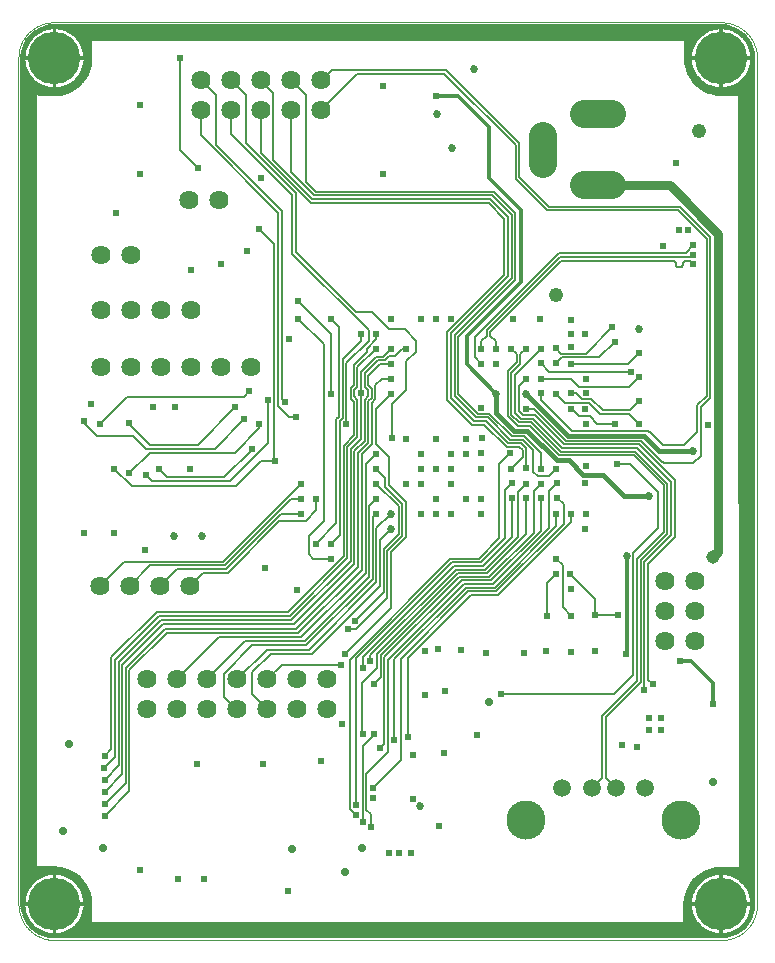
<source format=gbl>
G75*
%MOIN*%
%OFA0B0*%
%FSLAX25Y25*%
%IPPOS*%
%LPD*%
%AMOC8*
5,1,8,0,0,1.08239X$1,22.5*
%
%ADD10C,0.00000*%
%ADD11C,0.06400*%
%ADD12C,0.09449*%
%ADD13C,0.17500*%
%ADD14C,0.05937*%
%ADD15C,0.13055*%
%ADD16C,0.00600*%
%ADD17C,0.02400*%
%ADD18C,0.02700*%
%ADD19C,0.02800*%
%ADD20C,0.04800*%
%ADD21C,0.04500*%
%ADD22C,0.03000*%
%ADD23C,0.01200*%
%ADD24C,0.01600*%
D10*
X0082495Y0063233D02*
X0082495Y0345433D01*
X0082498Y0345716D01*
X0082509Y0345998D01*
X0082526Y0346280D01*
X0082550Y0346562D01*
X0082580Y0346843D01*
X0082618Y0347124D01*
X0082662Y0347403D01*
X0082713Y0347681D01*
X0082771Y0347958D01*
X0082835Y0348233D01*
X0082906Y0348507D01*
X0082984Y0348779D01*
X0083068Y0349048D01*
X0083158Y0349316D01*
X0083255Y0349582D01*
X0083359Y0349845D01*
X0083469Y0350106D01*
X0083585Y0350363D01*
X0083707Y0350618D01*
X0083835Y0350870D01*
X0083970Y0351119D01*
X0084110Y0351364D01*
X0084256Y0351606D01*
X0084408Y0351845D01*
X0084566Y0352079D01*
X0084730Y0352310D01*
X0084898Y0352537D01*
X0085073Y0352759D01*
X0085253Y0352978D01*
X0085437Y0353192D01*
X0085627Y0353401D01*
X0085822Y0353606D01*
X0086022Y0353806D01*
X0086227Y0354001D01*
X0086436Y0354191D01*
X0086650Y0354375D01*
X0086869Y0354555D01*
X0087091Y0354730D01*
X0087318Y0354898D01*
X0087549Y0355062D01*
X0087783Y0355220D01*
X0088022Y0355372D01*
X0088264Y0355518D01*
X0088509Y0355658D01*
X0088758Y0355793D01*
X0089010Y0355921D01*
X0089265Y0356043D01*
X0089522Y0356159D01*
X0089783Y0356269D01*
X0090046Y0356373D01*
X0090312Y0356470D01*
X0090580Y0356560D01*
X0090849Y0356644D01*
X0091121Y0356722D01*
X0091395Y0356793D01*
X0091670Y0356857D01*
X0091947Y0356915D01*
X0092225Y0356966D01*
X0092504Y0357010D01*
X0092785Y0357048D01*
X0093066Y0357078D01*
X0093348Y0357102D01*
X0093630Y0357119D01*
X0093912Y0357130D01*
X0094195Y0357133D01*
X0316695Y0357133D01*
X0316985Y0357129D01*
X0317275Y0357119D01*
X0317564Y0357101D01*
X0317853Y0357077D01*
X0318141Y0357046D01*
X0318429Y0357007D01*
X0318715Y0356962D01*
X0319001Y0356909D01*
X0319284Y0356850D01*
X0319567Y0356784D01*
X0319847Y0356712D01*
X0320126Y0356632D01*
X0320403Y0356546D01*
X0320678Y0356453D01*
X0320950Y0356353D01*
X0321220Y0356247D01*
X0321487Y0356135D01*
X0321752Y0356015D01*
X0322013Y0355890D01*
X0322272Y0355758D01*
X0322527Y0355621D01*
X0322779Y0355477D01*
X0323027Y0355327D01*
X0323271Y0355171D01*
X0323512Y0355009D01*
X0323748Y0354841D01*
X0323981Y0354668D01*
X0324209Y0354489D01*
X0324433Y0354305D01*
X0324652Y0354115D01*
X0324867Y0353920D01*
X0325077Y0353720D01*
X0325282Y0353515D01*
X0325482Y0353305D01*
X0325677Y0353090D01*
X0325867Y0352871D01*
X0326051Y0352647D01*
X0326230Y0352419D01*
X0326403Y0352186D01*
X0326571Y0351950D01*
X0326733Y0351709D01*
X0326889Y0351465D01*
X0327039Y0351217D01*
X0327183Y0350965D01*
X0327320Y0350710D01*
X0327452Y0350451D01*
X0327577Y0350190D01*
X0327697Y0349925D01*
X0327809Y0349658D01*
X0327915Y0349388D01*
X0328015Y0349116D01*
X0328108Y0348841D01*
X0328194Y0348564D01*
X0328274Y0348285D01*
X0328346Y0348005D01*
X0328412Y0347722D01*
X0328471Y0347439D01*
X0328524Y0347153D01*
X0328569Y0346867D01*
X0328608Y0346579D01*
X0328639Y0346291D01*
X0328663Y0346002D01*
X0328681Y0345713D01*
X0328691Y0345423D01*
X0328695Y0345133D01*
X0328695Y0063233D01*
X0328691Y0062943D01*
X0328681Y0062653D01*
X0328663Y0062364D01*
X0328639Y0062075D01*
X0328608Y0061787D01*
X0328569Y0061499D01*
X0328524Y0061213D01*
X0328471Y0060927D01*
X0328412Y0060644D01*
X0328346Y0060361D01*
X0328274Y0060081D01*
X0328194Y0059802D01*
X0328108Y0059525D01*
X0328015Y0059250D01*
X0327915Y0058978D01*
X0327809Y0058708D01*
X0327697Y0058441D01*
X0327577Y0058176D01*
X0327452Y0057915D01*
X0327320Y0057656D01*
X0327183Y0057401D01*
X0327039Y0057149D01*
X0326889Y0056901D01*
X0326733Y0056657D01*
X0326571Y0056416D01*
X0326403Y0056180D01*
X0326230Y0055947D01*
X0326051Y0055719D01*
X0325867Y0055495D01*
X0325677Y0055276D01*
X0325482Y0055061D01*
X0325282Y0054851D01*
X0325077Y0054646D01*
X0324867Y0054446D01*
X0324652Y0054251D01*
X0324433Y0054061D01*
X0324209Y0053877D01*
X0323981Y0053698D01*
X0323748Y0053525D01*
X0323512Y0053357D01*
X0323271Y0053195D01*
X0323027Y0053039D01*
X0322779Y0052889D01*
X0322527Y0052745D01*
X0322272Y0052608D01*
X0322013Y0052476D01*
X0321752Y0052351D01*
X0321487Y0052231D01*
X0321220Y0052119D01*
X0320950Y0052013D01*
X0320678Y0051913D01*
X0320403Y0051820D01*
X0320126Y0051734D01*
X0319847Y0051654D01*
X0319567Y0051582D01*
X0319284Y0051516D01*
X0319001Y0051457D01*
X0318715Y0051404D01*
X0318429Y0051359D01*
X0318141Y0051320D01*
X0317853Y0051289D01*
X0317564Y0051265D01*
X0317275Y0051247D01*
X0316985Y0051237D01*
X0316695Y0051233D01*
X0094495Y0051233D01*
X0094205Y0051237D01*
X0093915Y0051247D01*
X0093626Y0051265D01*
X0093337Y0051289D01*
X0093049Y0051320D01*
X0092761Y0051359D01*
X0092475Y0051404D01*
X0092189Y0051457D01*
X0091906Y0051516D01*
X0091623Y0051582D01*
X0091343Y0051654D01*
X0091064Y0051734D01*
X0090787Y0051820D01*
X0090512Y0051913D01*
X0090240Y0052013D01*
X0089970Y0052119D01*
X0089703Y0052231D01*
X0089438Y0052351D01*
X0089177Y0052476D01*
X0088918Y0052608D01*
X0088663Y0052745D01*
X0088411Y0052889D01*
X0088163Y0053039D01*
X0087919Y0053195D01*
X0087678Y0053357D01*
X0087442Y0053525D01*
X0087209Y0053698D01*
X0086981Y0053877D01*
X0086757Y0054061D01*
X0086538Y0054251D01*
X0086323Y0054446D01*
X0086113Y0054646D01*
X0085908Y0054851D01*
X0085708Y0055061D01*
X0085513Y0055276D01*
X0085323Y0055495D01*
X0085139Y0055719D01*
X0084960Y0055947D01*
X0084787Y0056180D01*
X0084619Y0056416D01*
X0084457Y0056657D01*
X0084301Y0056901D01*
X0084151Y0057149D01*
X0084007Y0057401D01*
X0083870Y0057656D01*
X0083738Y0057915D01*
X0083613Y0058176D01*
X0083493Y0058441D01*
X0083381Y0058708D01*
X0083275Y0058978D01*
X0083175Y0059250D01*
X0083082Y0059525D01*
X0082996Y0059802D01*
X0082916Y0060081D01*
X0082844Y0060361D01*
X0082778Y0060644D01*
X0082719Y0060927D01*
X0082666Y0061213D01*
X0082621Y0061499D01*
X0082582Y0061787D01*
X0082551Y0062075D01*
X0082527Y0062364D01*
X0082509Y0062653D01*
X0082499Y0062943D01*
X0082495Y0063233D01*
X0270395Y0302833D02*
X0270397Y0302910D01*
X0270403Y0302987D01*
X0270413Y0303064D01*
X0270427Y0303140D01*
X0270444Y0303215D01*
X0270466Y0303289D01*
X0270491Y0303362D01*
X0270521Y0303434D01*
X0270553Y0303504D01*
X0270590Y0303572D01*
X0270629Y0303638D01*
X0270672Y0303702D01*
X0270719Y0303764D01*
X0270768Y0303823D01*
X0270821Y0303880D01*
X0270876Y0303934D01*
X0270934Y0303985D01*
X0270995Y0304033D01*
X0271058Y0304078D01*
X0271123Y0304119D01*
X0271190Y0304157D01*
X0271259Y0304192D01*
X0271330Y0304222D01*
X0271402Y0304250D01*
X0271476Y0304273D01*
X0271550Y0304293D01*
X0271626Y0304309D01*
X0271702Y0304321D01*
X0271779Y0304329D01*
X0271856Y0304333D01*
X0271934Y0304333D01*
X0272011Y0304329D01*
X0272088Y0304321D01*
X0272164Y0304309D01*
X0272240Y0304293D01*
X0272314Y0304273D01*
X0272388Y0304250D01*
X0272460Y0304222D01*
X0272531Y0304192D01*
X0272600Y0304157D01*
X0272667Y0304119D01*
X0272732Y0304078D01*
X0272795Y0304033D01*
X0272856Y0303985D01*
X0272914Y0303934D01*
X0272969Y0303880D01*
X0273022Y0303823D01*
X0273071Y0303764D01*
X0273118Y0303702D01*
X0273161Y0303638D01*
X0273200Y0303572D01*
X0273237Y0303504D01*
X0273269Y0303434D01*
X0273299Y0303362D01*
X0273324Y0303289D01*
X0273346Y0303215D01*
X0273363Y0303140D01*
X0273377Y0303064D01*
X0273387Y0302987D01*
X0273393Y0302910D01*
X0273395Y0302833D01*
X0273393Y0302756D01*
X0273387Y0302679D01*
X0273377Y0302602D01*
X0273363Y0302526D01*
X0273346Y0302451D01*
X0273324Y0302377D01*
X0273299Y0302304D01*
X0273269Y0302232D01*
X0273237Y0302162D01*
X0273200Y0302094D01*
X0273161Y0302028D01*
X0273118Y0301964D01*
X0273071Y0301902D01*
X0273022Y0301843D01*
X0272969Y0301786D01*
X0272914Y0301732D01*
X0272856Y0301681D01*
X0272795Y0301633D01*
X0272732Y0301588D01*
X0272667Y0301547D01*
X0272600Y0301509D01*
X0272531Y0301474D01*
X0272460Y0301444D01*
X0272388Y0301416D01*
X0272314Y0301393D01*
X0272240Y0301373D01*
X0272164Y0301357D01*
X0272088Y0301345D01*
X0272011Y0301337D01*
X0271934Y0301333D01*
X0271856Y0301333D01*
X0271779Y0301337D01*
X0271702Y0301345D01*
X0271626Y0301357D01*
X0271550Y0301373D01*
X0271476Y0301393D01*
X0271402Y0301416D01*
X0271330Y0301444D01*
X0271259Y0301474D01*
X0271190Y0301509D01*
X0271123Y0301547D01*
X0271058Y0301588D01*
X0270995Y0301633D01*
X0270934Y0301681D01*
X0270876Y0301732D01*
X0270821Y0301786D01*
X0270768Y0301843D01*
X0270719Y0301902D01*
X0270672Y0301964D01*
X0270629Y0302028D01*
X0270590Y0302094D01*
X0270553Y0302162D01*
X0270521Y0302232D01*
X0270491Y0302304D01*
X0270466Y0302377D01*
X0270444Y0302451D01*
X0270427Y0302526D01*
X0270413Y0302602D01*
X0270403Y0302679D01*
X0270397Y0302756D01*
X0270395Y0302833D01*
X0278395Y0302933D02*
X0278397Y0303010D01*
X0278403Y0303087D01*
X0278413Y0303164D01*
X0278427Y0303240D01*
X0278444Y0303315D01*
X0278466Y0303389D01*
X0278491Y0303462D01*
X0278521Y0303534D01*
X0278553Y0303604D01*
X0278590Y0303672D01*
X0278629Y0303738D01*
X0278672Y0303802D01*
X0278719Y0303864D01*
X0278768Y0303923D01*
X0278821Y0303980D01*
X0278876Y0304034D01*
X0278934Y0304085D01*
X0278995Y0304133D01*
X0279058Y0304178D01*
X0279123Y0304219D01*
X0279190Y0304257D01*
X0279259Y0304292D01*
X0279330Y0304322D01*
X0279402Y0304350D01*
X0279476Y0304373D01*
X0279550Y0304393D01*
X0279626Y0304409D01*
X0279702Y0304421D01*
X0279779Y0304429D01*
X0279856Y0304433D01*
X0279934Y0304433D01*
X0280011Y0304429D01*
X0280088Y0304421D01*
X0280164Y0304409D01*
X0280240Y0304393D01*
X0280314Y0304373D01*
X0280388Y0304350D01*
X0280460Y0304322D01*
X0280531Y0304292D01*
X0280600Y0304257D01*
X0280667Y0304219D01*
X0280732Y0304178D01*
X0280795Y0304133D01*
X0280856Y0304085D01*
X0280914Y0304034D01*
X0280969Y0303980D01*
X0281022Y0303923D01*
X0281071Y0303864D01*
X0281118Y0303802D01*
X0281161Y0303738D01*
X0281200Y0303672D01*
X0281237Y0303604D01*
X0281269Y0303534D01*
X0281299Y0303462D01*
X0281324Y0303389D01*
X0281346Y0303315D01*
X0281363Y0303240D01*
X0281377Y0303164D01*
X0281387Y0303087D01*
X0281393Y0303010D01*
X0281395Y0302933D01*
X0281393Y0302856D01*
X0281387Y0302779D01*
X0281377Y0302702D01*
X0281363Y0302626D01*
X0281346Y0302551D01*
X0281324Y0302477D01*
X0281299Y0302404D01*
X0281269Y0302332D01*
X0281237Y0302262D01*
X0281200Y0302194D01*
X0281161Y0302128D01*
X0281118Y0302064D01*
X0281071Y0302002D01*
X0281022Y0301943D01*
X0280969Y0301886D01*
X0280914Y0301832D01*
X0280856Y0301781D01*
X0280795Y0301733D01*
X0280732Y0301688D01*
X0280667Y0301647D01*
X0280600Y0301609D01*
X0280531Y0301574D01*
X0280460Y0301544D01*
X0280388Y0301516D01*
X0280314Y0301493D01*
X0280240Y0301473D01*
X0280164Y0301457D01*
X0280088Y0301445D01*
X0280011Y0301437D01*
X0279934Y0301433D01*
X0279856Y0301433D01*
X0279779Y0301437D01*
X0279702Y0301445D01*
X0279626Y0301457D01*
X0279550Y0301473D01*
X0279476Y0301493D01*
X0279402Y0301516D01*
X0279330Y0301544D01*
X0279259Y0301574D01*
X0279190Y0301609D01*
X0279123Y0301647D01*
X0279058Y0301688D01*
X0278995Y0301733D01*
X0278934Y0301781D01*
X0278876Y0301832D01*
X0278821Y0301886D01*
X0278768Y0301943D01*
X0278719Y0302002D01*
X0278672Y0302064D01*
X0278629Y0302128D01*
X0278590Y0302194D01*
X0278553Y0302262D01*
X0278521Y0302332D01*
X0278491Y0302404D01*
X0278466Y0302477D01*
X0278444Y0302551D01*
X0278427Y0302626D01*
X0278413Y0302702D01*
X0278403Y0302779D01*
X0278397Y0302856D01*
X0278395Y0302933D01*
X0255795Y0310933D02*
X0255797Y0311010D01*
X0255803Y0311087D01*
X0255813Y0311164D01*
X0255827Y0311240D01*
X0255844Y0311315D01*
X0255866Y0311389D01*
X0255891Y0311462D01*
X0255921Y0311534D01*
X0255953Y0311604D01*
X0255990Y0311672D01*
X0256029Y0311738D01*
X0256072Y0311802D01*
X0256119Y0311864D01*
X0256168Y0311923D01*
X0256221Y0311980D01*
X0256276Y0312034D01*
X0256334Y0312085D01*
X0256395Y0312133D01*
X0256458Y0312178D01*
X0256523Y0312219D01*
X0256590Y0312257D01*
X0256659Y0312292D01*
X0256730Y0312322D01*
X0256802Y0312350D01*
X0256876Y0312373D01*
X0256950Y0312393D01*
X0257026Y0312409D01*
X0257102Y0312421D01*
X0257179Y0312429D01*
X0257256Y0312433D01*
X0257334Y0312433D01*
X0257411Y0312429D01*
X0257488Y0312421D01*
X0257564Y0312409D01*
X0257640Y0312393D01*
X0257714Y0312373D01*
X0257788Y0312350D01*
X0257860Y0312322D01*
X0257931Y0312292D01*
X0258000Y0312257D01*
X0258067Y0312219D01*
X0258132Y0312178D01*
X0258195Y0312133D01*
X0258256Y0312085D01*
X0258314Y0312034D01*
X0258369Y0311980D01*
X0258422Y0311923D01*
X0258471Y0311864D01*
X0258518Y0311802D01*
X0258561Y0311738D01*
X0258600Y0311672D01*
X0258637Y0311604D01*
X0258669Y0311534D01*
X0258699Y0311462D01*
X0258724Y0311389D01*
X0258746Y0311315D01*
X0258763Y0311240D01*
X0258777Y0311164D01*
X0258787Y0311087D01*
X0258793Y0311010D01*
X0258795Y0310933D01*
X0258793Y0310856D01*
X0258787Y0310779D01*
X0258777Y0310702D01*
X0258763Y0310626D01*
X0258746Y0310551D01*
X0258724Y0310477D01*
X0258699Y0310404D01*
X0258669Y0310332D01*
X0258637Y0310262D01*
X0258600Y0310194D01*
X0258561Y0310128D01*
X0258518Y0310064D01*
X0258471Y0310002D01*
X0258422Y0309943D01*
X0258369Y0309886D01*
X0258314Y0309832D01*
X0258256Y0309781D01*
X0258195Y0309733D01*
X0258132Y0309688D01*
X0258067Y0309647D01*
X0258000Y0309609D01*
X0257931Y0309574D01*
X0257860Y0309544D01*
X0257788Y0309516D01*
X0257714Y0309493D01*
X0257640Y0309473D01*
X0257564Y0309457D01*
X0257488Y0309445D01*
X0257411Y0309437D01*
X0257334Y0309433D01*
X0257256Y0309433D01*
X0257179Y0309437D01*
X0257102Y0309445D01*
X0257026Y0309457D01*
X0256950Y0309473D01*
X0256876Y0309493D01*
X0256802Y0309516D01*
X0256730Y0309544D01*
X0256659Y0309574D01*
X0256590Y0309609D01*
X0256523Y0309647D01*
X0256458Y0309688D01*
X0256395Y0309733D01*
X0256334Y0309781D01*
X0256276Y0309832D01*
X0256221Y0309886D01*
X0256168Y0309943D01*
X0256119Y0310002D01*
X0256072Y0310064D01*
X0256029Y0310128D01*
X0255990Y0310194D01*
X0255953Y0310262D01*
X0255921Y0310332D01*
X0255891Y0310404D01*
X0255866Y0310477D01*
X0255844Y0310551D01*
X0255827Y0310626D01*
X0255813Y0310702D01*
X0255803Y0310779D01*
X0255797Y0310856D01*
X0255795Y0310933D01*
X0255795Y0318833D02*
X0255797Y0318910D01*
X0255803Y0318987D01*
X0255813Y0319064D01*
X0255827Y0319140D01*
X0255844Y0319215D01*
X0255866Y0319289D01*
X0255891Y0319362D01*
X0255921Y0319434D01*
X0255953Y0319504D01*
X0255990Y0319572D01*
X0256029Y0319638D01*
X0256072Y0319702D01*
X0256119Y0319764D01*
X0256168Y0319823D01*
X0256221Y0319880D01*
X0256276Y0319934D01*
X0256334Y0319985D01*
X0256395Y0320033D01*
X0256458Y0320078D01*
X0256523Y0320119D01*
X0256590Y0320157D01*
X0256659Y0320192D01*
X0256730Y0320222D01*
X0256802Y0320250D01*
X0256876Y0320273D01*
X0256950Y0320293D01*
X0257026Y0320309D01*
X0257102Y0320321D01*
X0257179Y0320329D01*
X0257256Y0320333D01*
X0257334Y0320333D01*
X0257411Y0320329D01*
X0257488Y0320321D01*
X0257564Y0320309D01*
X0257640Y0320293D01*
X0257714Y0320273D01*
X0257788Y0320250D01*
X0257860Y0320222D01*
X0257931Y0320192D01*
X0258000Y0320157D01*
X0258067Y0320119D01*
X0258132Y0320078D01*
X0258195Y0320033D01*
X0258256Y0319985D01*
X0258314Y0319934D01*
X0258369Y0319880D01*
X0258422Y0319823D01*
X0258471Y0319764D01*
X0258518Y0319702D01*
X0258561Y0319638D01*
X0258600Y0319572D01*
X0258637Y0319504D01*
X0258669Y0319434D01*
X0258699Y0319362D01*
X0258724Y0319289D01*
X0258746Y0319215D01*
X0258763Y0319140D01*
X0258777Y0319064D01*
X0258787Y0318987D01*
X0258793Y0318910D01*
X0258795Y0318833D01*
X0258793Y0318756D01*
X0258787Y0318679D01*
X0258777Y0318602D01*
X0258763Y0318526D01*
X0258746Y0318451D01*
X0258724Y0318377D01*
X0258699Y0318304D01*
X0258669Y0318232D01*
X0258637Y0318162D01*
X0258600Y0318094D01*
X0258561Y0318028D01*
X0258518Y0317964D01*
X0258471Y0317902D01*
X0258422Y0317843D01*
X0258369Y0317786D01*
X0258314Y0317732D01*
X0258256Y0317681D01*
X0258195Y0317633D01*
X0258132Y0317588D01*
X0258067Y0317547D01*
X0258000Y0317509D01*
X0257931Y0317474D01*
X0257860Y0317444D01*
X0257788Y0317416D01*
X0257714Y0317393D01*
X0257640Y0317373D01*
X0257564Y0317357D01*
X0257488Y0317345D01*
X0257411Y0317337D01*
X0257334Y0317333D01*
X0257256Y0317333D01*
X0257179Y0317337D01*
X0257102Y0317345D01*
X0257026Y0317357D01*
X0256950Y0317373D01*
X0256876Y0317393D01*
X0256802Y0317416D01*
X0256730Y0317444D01*
X0256659Y0317474D01*
X0256590Y0317509D01*
X0256523Y0317547D01*
X0256458Y0317588D01*
X0256395Y0317633D01*
X0256334Y0317681D01*
X0256276Y0317732D01*
X0256221Y0317786D01*
X0256168Y0317843D01*
X0256119Y0317902D01*
X0256072Y0317964D01*
X0256029Y0318028D01*
X0255990Y0318094D01*
X0255953Y0318162D01*
X0255921Y0318232D01*
X0255891Y0318304D01*
X0255866Y0318377D01*
X0255844Y0318451D01*
X0255827Y0318526D01*
X0255813Y0318602D01*
X0255803Y0318679D01*
X0255797Y0318756D01*
X0255795Y0318833D01*
X0270395Y0326533D02*
X0270397Y0326610D01*
X0270403Y0326687D01*
X0270413Y0326764D01*
X0270427Y0326840D01*
X0270444Y0326915D01*
X0270466Y0326989D01*
X0270491Y0327062D01*
X0270521Y0327134D01*
X0270553Y0327204D01*
X0270590Y0327272D01*
X0270629Y0327338D01*
X0270672Y0327402D01*
X0270719Y0327464D01*
X0270768Y0327523D01*
X0270821Y0327580D01*
X0270876Y0327634D01*
X0270934Y0327685D01*
X0270995Y0327733D01*
X0271058Y0327778D01*
X0271123Y0327819D01*
X0271190Y0327857D01*
X0271259Y0327892D01*
X0271330Y0327922D01*
X0271402Y0327950D01*
X0271476Y0327973D01*
X0271550Y0327993D01*
X0271626Y0328009D01*
X0271702Y0328021D01*
X0271779Y0328029D01*
X0271856Y0328033D01*
X0271934Y0328033D01*
X0272011Y0328029D01*
X0272088Y0328021D01*
X0272164Y0328009D01*
X0272240Y0327993D01*
X0272314Y0327973D01*
X0272388Y0327950D01*
X0272460Y0327922D01*
X0272531Y0327892D01*
X0272600Y0327857D01*
X0272667Y0327819D01*
X0272732Y0327778D01*
X0272795Y0327733D01*
X0272856Y0327685D01*
X0272914Y0327634D01*
X0272969Y0327580D01*
X0273022Y0327523D01*
X0273071Y0327464D01*
X0273118Y0327402D01*
X0273161Y0327338D01*
X0273200Y0327272D01*
X0273237Y0327204D01*
X0273269Y0327134D01*
X0273299Y0327062D01*
X0273324Y0326989D01*
X0273346Y0326915D01*
X0273363Y0326840D01*
X0273377Y0326764D01*
X0273387Y0326687D01*
X0273393Y0326610D01*
X0273395Y0326533D01*
X0273393Y0326456D01*
X0273387Y0326379D01*
X0273377Y0326302D01*
X0273363Y0326226D01*
X0273346Y0326151D01*
X0273324Y0326077D01*
X0273299Y0326004D01*
X0273269Y0325932D01*
X0273237Y0325862D01*
X0273200Y0325794D01*
X0273161Y0325728D01*
X0273118Y0325664D01*
X0273071Y0325602D01*
X0273022Y0325543D01*
X0272969Y0325486D01*
X0272914Y0325432D01*
X0272856Y0325381D01*
X0272795Y0325333D01*
X0272732Y0325288D01*
X0272667Y0325247D01*
X0272600Y0325209D01*
X0272531Y0325174D01*
X0272460Y0325144D01*
X0272388Y0325116D01*
X0272314Y0325093D01*
X0272240Y0325073D01*
X0272164Y0325057D01*
X0272088Y0325045D01*
X0272011Y0325037D01*
X0271934Y0325033D01*
X0271856Y0325033D01*
X0271779Y0325037D01*
X0271702Y0325045D01*
X0271626Y0325057D01*
X0271550Y0325073D01*
X0271476Y0325093D01*
X0271402Y0325116D01*
X0271330Y0325144D01*
X0271259Y0325174D01*
X0271190Y0325209D01*
X0271123Y0325247D01*
X0271058Y0325288D01*
X0270995Y0325333D01*
X0270934Y0325381D01*
X0270876Y0325432D01*
X0270821Y0325486D01*
X0270768Y0325543D01*
X0270719Y0325602D01*
X0270672Y0325664D01*
X0270629Y0325728D01*
X0270590Y0325794D01*
X0270553Y0325862D01*
X0270521Y0325932D01*
X0270491Y0326004D01*
X0270466Y0326077D01*
X0270444Y0326151D01*
X0270427Y0326226D01*
X0270413Y0326302D01*
X0270403Y0326379D01*
X0270397Y0326456D01*
X0270395Y0326533D01*
X0278295Y0326433D02*
X0278297Y0326510D01*
X0278303Y0326587D01*
X0278313Y0326664D01*
X0278327Y0326740D01*
X0278344Y0326815D01*
X0278366Y0326889D01*
X0278391Y0326962D01*
X0278421Y0327034D01*
X0278453Y0327104D01*
X0278490Y0327172D01*
X0278529Y0327238D01*
X0278572Y0327302D01*
X0278619Y0327364D01*
X0278668Y0327423D01*
X0278721Y0327480D01*
X0278776Y0327534D01*
X0278834Y0327585D01*
X0278895Y0327633D01*
X0278958Y0327678D01*
X0279023Y0327719D01*
X0279090Y0327757D01*
X0279159Y0327792D01*
X0279230Y0327822D01*
X0279302Y0327850D01*
X0279376Y0327873D01*
X0279450Y0327893D01*
X0279526Y0327909D01*
X0279602Y0327921D01*
X0279679Y0327929D01*
X0279756Y0327933D01*
X0279834Y0327933D01*
X0279911Y0327929D01*
X0279988Y0327921D01*
X0280064Y0327909D01*
X0280140Y0327893D01*
X0280214Y0327873D01*
X0280288Y0327850D01*
X0280360Y0327822D01*
X0280431Y0327792D01*
X0280500Y0327757D01*
X0280567Y0327719D01*
X0280632Y0327678D01*
X0280695Y0327633D01*
X0280756Y0327585D01*
X0280814Y0327534D01*
X0280869Y0327480D01*
X0280922Y0327423D01*
X0280971Y0327364D01*
X0281018Y0327302D01*
X0281061Y0327238D01*
X0281100Y0327172D01*
X0281137Y0327104D01*
X0281169Y0327034D01*
X0281199Y0326962D01*
X0281224Y0326889D01*
X0281246Y0326815D01*
X0281263Y0326740D01*
X0281277Y0326664D01*
X0281287Y0326587D01*
X0281293Y0326510D01*
X0281295Y0326433D01*
X0281293Y0326356D01*
X0281287Y0326279D01*
X0281277Y0326202D01*
X0281263Y0326126D01*
X0281246Y0326051D01*
X0281224Y0325977D01*
X0281199Y0325904D01*
X0281169Y0325832D01*
X0281137Y0325762D01*
X0281100Y0325694D01*
X0281061Y0325628D01*
X0281018Y0325564D01*
X0280971Y0325502D01*
X0280922Y0325443D01*
X0280869Y0325386D01*
X0280814Y0325332D01*
X0280756Y0325281D01*
X0280695Y0325233D01*
X0280632Y0325188D01*
X0280567Y0325147D01*
X0280500Y0325109D01*
X0280431Y0325074D01*
X0280360Y0325044D01*
X0280288Y0325016D01*
X0280214Y0324993D01*
X0280140Y0324973D01*
X0280064Y0324957D01*
X0279988Y0324945D01*
X0279911Y0324937D01*
X0279834Y0324933D01*
X0279756Y0324933D01*
X0279679Y0324937D01*
X0279602Y0324945D01*
X0279526Y0324957D01*
X0279450Y0324973D01*
X0279376Y0324993D01*
X0279302Y0325016D01*
X0279230Y0325044D01*
X0279159Y0325074D01*
X0279090Y0325109D01*
X0279023Y0325147D01*
X0278958Y0325188D01*
X0278895Y0325233D01*
X0278834Y0325281D01*
X0278776Y0325332D01*
X0278721Y0325386D01*
X0278668Y0325443D01*
X0278619Y0325502D01*
X0278572Y0325564D01*
X0278529Y0325628D01*
X0278490Y0325694D01*
X0278453Y0325762D01*
X0278421Y0325832D01*
X0278391Y0325904D01*
X0278366Y0325977D01*
X0278344Y0326051D01*
X0278327Y0326126D01*
X0278313Y0326202D01*
X0278303Y0326279D01*
X0278297Y0326356D01*
X0278295Y0326433D01*
D11*
X0183295Y0327933D03*
X0183395Y0337833D03*
X0173295Y0337933D03*
X0163295Y0337933D03*
X0153295Y0337933D03*
X0143295Y0337933D03*
X0143295Y0327933D03*
X0153295Y0327933D03*
X0163295Y0327933D03*
X0173295Y0327933D03*
X0149495Y0297933D03*
X0139495Y0297933D03*
X0119995Y0279733D03*
X0109995Y0279733D03*
X0109995Y0261233D03*
X0119995Y0261233D03*
X0129995Y0261233D03*
X0139995Y0261233D03*
X0139995Y0242233D03*
X0129995Y0242233D03*
X0119995Y0242233D03*
X0109995Y0242233D03*
X0149995Y0242233D03*
X0159995Y0242233D03*
X0139695Y0169333D03*
X0129695Y0169333D03*
X0119695Y0169333D03*
X0109695Y0169333D03*
X0125495Y0138333D03*
X0125495Y0128333D03*
X0135495Y0128333D03*
X0135495Y0138333D03*
X0145495Y0138333D03*
X0145495Y0128333D03*
X0155495Y0128333D03*
X0155495Y0138333D03*
X0165495Y0138333D03*
X0165495Y0128333D03*
X0175495Y0128333D03*
X0175495Y0138333D03*
X0185495Y0138233D03*
X0185495Y0128333D03*
X0297895Y0150833D03*
X0297895Y0160833D03*
X0307895Y0160833D03*
X0307895Y0150833D03*
X0307895Y0170833D03*
X0297895Y0170833D03*
D12*
X0280420Y0302811D02*
X0270971Y0302811D01*
X0257191Y0309898D02*
X0257191Y0319346D01*
X0270971Y0326433D02*
X0280420Y0326433D01*
D13*
X0316695Y0345133D03*
X0094495Y0345133D03*
X0094495Y0063233D03*
X0316695Y0063233D03*
D14*
X0291375Y0102075D03*
X0281532Y0102075D03*
X0273658Y0102075D03*
X0263816Y0102075D03*
D15*
X0251729Y0091405D03*
X0303461Y0091405D03*
D16*
X0084605Y0058194D02*
X0083532Y0061497D01*
X0083395Y0063233D01*
X0083395Y0345433D01*
X0083528Y0347123D01*
X0084572Y0350336D01*
X0086558Y0353070D01*
X0089292Y0355056D01*
X0092506Y0356100D01*
X0094195Y0356233D01*
X0316695Y0356233D01*
X0318432Y0356096D01*
X0321734Y0355023D01*
X0324544Y0352982D01*
X0326585Y0350172D01*
X0327658Y0346869D01*
X0327795Y0345133D01*
X0327795Y0063233D01*
X0327658Y0061497D01*
X0326585Y0058194D01*
X0324544Y0055384D01*
X0321734Y0053343D01*
X0318432Y0052270D01*
X0316695Y0052133D01*
X0304495Y0052133D01*
X0304495Y0063233D01*
X0304617Y0064941D01*
X0304981Y0066614D01*
X0305580Y0068218D01*
X0306400Y0069721D01*
X0307426Y0071091D01*
X0308637Y0072302D01*
X0310007Y0073328D01*
X0311510Y0074149D01*
X0313114Y0074747D01*
X0314787Y0075111D01*
X0316495Y0075233D01*
X0327795Y0075233D01*
X0327795Y0063233D01*
X0327658Y0061497D01*
X0326585Y0058194D01*
X0324544Y0055384D01*
X0322894Y0054185D01*
X0322894Y0055322D01*
X0323402Y0055728D01*
X0324201Y0056526D01*
X0324904Y0057408D01*
X0325505Y0058364D01*
X0325995Y0059381D01*
X0326368Y0060446D01*
X0326619Y0061547D01*
X0326745Y0062669D01*
X0326745Y0062933D01*
X0316995Y0062933D01*
X0316995Y0053183D01*
X0317260Y0053183D01*
X0318381Y0053309D01*
X0319482Y0053561D01*
X0320547Y0053933D01*
X0321564Y0054423D01*
X0322520Y0055024D01*
X0323402Y0055728D01*
X0324201Y0056526D01*
X0324904Y0057408D01*
X0325505Y0058364D01*
X0325995Y0059381D01*
X0326368Y0060446D01*
X0326619Y0061547D01*
X0326745Y0062669D01*
X0326745Y0062933D01*
X0322891Y0062933D01*
X0322891Y0063533D01*
X0326745Y0063533D01*
X0326745Y0063797D01*
X0326619Y0064919D01*
X0326368Y0066020D01*
X0325995Y0067085D01*
X0325505Y0068102D01*
X0324904Y0069058D01*
X0324201Y0069940D01*
X0323402Y0070739D01*
X0322520Y0071442D01*
X0321564Y0072043D01*
X0320547Y0072533D01*
X0319482Y0072905D01*
X0318381Y0073157D01*
X0317260Y0073283D01*
X0316995Y0073283D01*
X0316995Y0063533D01*
X0316395Y0063533D01*
X0316395Y0062933D01*
X0306645Y0062933D01*
X0306645Y0062669D01*
X0306772Y0061547D01*
X0307023Y0060446D01*
X0307396Y0059381D01*
X0307885Y0058364D01*
X0308486Y0057408D01*
X0309190Y0056526D01*
X0309988Y0055728D01*
X0310870Y0055024D01*
X0311826Y0054423D01*
X0312843Y0053933D01*
X0313909Y0053561D01*
X0315009Y0053309D01*
X0316131Y0053183D01*
X0316395Y0053183D01*
X0316395Y0062933D01*
X0316995Y0062933D01*
X0316995Y0063533D01*
X0326745Y0063533D01*
X0326745Y0063797D01*
X0326619Y0064919D01*
X0326368Y0066020D01*
X0325995Y0067085D01*
X0325505Y0068102D01*
X0324904Y0069058D01*
X0324201Y0069940D01*
X0323402Y0070739D01*
X0322888Y0071149D01*
X0322795Y0323733D01*
X0322715Y0337080D01*
X0323402Y0337628D01*
X0324201Y0338426D01*
X0324904Y0339308D01*
X0325505Y0340264D01*
X0325995Y0341281D01*
X0326368Y0342346D01*
X0326619Y0343447D01*
X0326745Y0344569D01*
X0326745Y0344833D01*
X0322669Y0344833D01*
X0322666Y0345433D01*
X0326745Y0345433D01*
X0326745Y0345697D01*
X0326619Y0346819D01*
X0326368Y0347920D01*
X0325995Y0348985D01*
X0325505Y0350002D01*
X0324904Y0350958D01*
X0324201Y0351840D01*
X0323402Y0352639D01*
X0322619Y0353263D01*
X0322612Y0354386D01*
X0324544Y0352982D01*
X0325887Y0351133D01*
X0324765Y0351133D01*
X0324201Y0351840D01*
X0323402Y0352639D01*
X0322520Y0353342D01*
X0321564Y0353943D01*
X0320547Y0354433D01*
X0319482Y0354805D01*
X0318381Y0355057D01*
X0317260Y0355183D01*
X0316995Y0355183D01*
X0316995Y0351133D01*
X0316395Y0351133D01*
X0316395Y0355183D01*
X0316131Y0355183D01*
X0315009Y0355057D01*
X0313909Y0354805D01*
X0312843Y0354433D01*
X0311826Y0353943D01*
X0310870Y0353342D01*
X0309988Y0352639D01*
X0309190Y0351840D01*
X0308626Y0351133D01*
X0102565Y0351133D01*
X0102001Y0351840D01*
X0101202Y0352639D01*
X0100320Y0353342D01*
X0099364Y0353943D01*
X0098347Y0354433D01*
X0097282Y0354805D01*
X0096181Y0355057D01*
X0095060Y0355183D01*
X0094795Y0355183D01*
X0094795Y0351133D01*
X0094195Y0351133D01*
X0094195Y0355183D01*
X0093931Y0355183D01*
X0092809Y0355057D01*
X0091709Y0354805D01*
X0090643Y0354433D01*
X0089626Y0353943D01*
X0088670Y0353342D01*
X0087788Y0352639D01*
X0086990Y0351840D01*
X0086426Y0351133D01*
X0085151Y0351133D01*
X0086558Y0353070D01*
X0088474Y0354462D01*
X0088464Y0353178D01*
X0087788Y0352639D01*
X0086990Y0351840D01*
X0086286Y0350958D01*
X0085685Y0350002D01*
X0085196Y0348985D01*
X0084823Y0347920D01*
X0084572Y0346819D01*
X0084445Y0345697D01*
X0084445Y0345433D01*
X0088402Y0345433D01*
X0088398Y0344833D01*
X0084445Y0344833D01*
X0084445Y0344569D01*
X0084572Y0343447D01*
X0084823Y0342346D01*
X0085196Y0341281D01*
X0085685Y0340264D01*
X0086286Y0339308D01*
X0086990Y0338426D01*
X0087788Y0337628D01*
X0088337Y0337190D01*
X0088295Y0331933D01*
X0088295Y0071143D01*
X0087788Y0070739D01*
X0086990Y0069940D01*
X0086286Y0069058D01*
X0085685Y0068102D01*
X0085196Y0067085D01*
X0084823Y0066020D01*
X0084572Y0064919D01*
X0084445Y0063797D01*
X0084445Y0063533D01*
X0088295Y0063533D01*
X0088295Y0062933D01*
X0084445Y0062933D01*
X0084445Y0062669D01*
X0084572Y0061547D01*
X0084823Y0060446D01*
X0085196Y0059381D01*
X0085685Y0058364D01*
X0086286Y0057408D01*
X0086990Y0056526D01*
X0087788Y0055728D01*
X0088295Y0055323D01*
X0088295Y0054186D01*
X0086646Y0055384D01*
X0084605Y0058194D01*
X0083532Y0061497D01*
X0083395Y0063233D01*
X0083395Y0075433D01*
X0094495Y0075433D01*
X0096232Y0075323D01*
X0097936Y0074967D01*
X0099572Y0074372D01*
X0101107Y0073550D01*
X0102509Y0072519D01*
X0103750Y0071298D01*
X0104804Y0069913D01*
X0105651Y0068392D01*
X0106273Y0066766D01*
X0106657Y0065068D01*
X0106795Y0063333D01*
X0106795Y0052133D01*
X0094495Y0052133D01*
X0092759Y0052270D01*
X0089456Y0053343D01*
X0086646Y0055384D01*
X0085448Y0057033D01*
X0086585Y0057033D01*
X0086990Y0056526D01*
X0087788Y0055728D01*
X0088670Y0055024D01*
X0089626Y0054423D01*
X0090643Y0053933D01*
X0091709Y0053561D01*
X0092809Y0053309D01*
X0093931Y0053183D01*
X0094195Y0053183D01*
X0094195Y0057033D01*
X0094795Y0057033D01*
X0094795Y0053183D01*
X0095060Y0053183D01*
X0096181Y0053309D01*
X0097282Y0053561D01*
X0098347Y0053933D01*
X0099364Y0054423D01*
X0100320Y0055024D01*
X0101202Y0055728D01*
X0102001Y0056526D01*
X0102405Y0057033D01*
X0308785Y0057033D01*
X0309190Y0056526D01*
X0309988Y0055728D01*
X0310870Y0055024D01*
X0311826Y0054423D01*
X0312843Y0053933D01*
X0313909Y0053561D01*
X0315009Y0053309D01*
X0316131Y0053183D01*
X0316395Y0053183D01*
X0316395Y0057033D01*
X0316995Y0057033D01*
X0316995Y0053183D01*
X0317260Y0053183D01*
X0318381Y0053309D01*
X0319482Y0053561D01*
X0320547Y0053933D01*
X0321564Y0054423D01*
X0322520Y0055024D01*
X0323402Y0055728D01*
X0324201Y0056526D01*
X0324605Y0057033D01*
X0325742Y0057033D01*
X0324544Y0055384D01*
X0321734Y0053343D01*
X0318432Y0052270D01*
X0316695Y0052133D01*
X0094495Y0052133D01*
X0092759Y0052270D01*
X0089456Y0053343D01*
X0086646Y0055384D01*
X0084605Y0058194D01*
X0084533Y0058415D02*
X0085661Y0058415D01*
X0084533Y0058415D01*
X0084339Y0059014D02*
X0085372Y0059014D01*
X0084339Y0059014D01*
X0084144Y0059612D02*
X0085115Y0059612D01*
X0084144Y0059612D01*
X0083950Y0060211D02*
X0084905Y0060211D01*
X0083950Y0060211D01*
X0083755Y0060809D02*
X0084740Y0060809D01*
X0083755Y0060809D01*
X0083561Y0061408D02*
X0084603Y0061408D01*
X0083561Y0061408D01*
X0083492Y0062006D02*
X0084520Y0062006D01*
X0083492Y0062006D01*
X0083445Y0062605D02*
X0084452Y0062605D01*
X0083445Y0062605D01*
X0083397Y0063203D02*
X0088295Y0063203D01*
X0084445Y0062933D02*
X0084445Y0062669D01*
X0084572Y0061547D01*
X0084823Y0060446D01*
X0085196Y0059381D01*
X0085685Y0058364D01*
X0086286Y0057408D01*
X0086990Y0056526D01*
X0087788Y0055728D01*
X0088670Y0055024D01*
X0089626Y0054423D01*
X0090643Y0053933D01*
X0091709Y0053561D01*
X0092809Y0053309D01*
X0093931Y0053183D01*
X0094195Y0053183D01*
X0094195Y0062933D01*
X0084445Y0062933D01*
X0084445Y0063533D02*
X0094195Y0063533D01*
X0094195Y0062933D01*
X0094795Y0062933D01*
X0094795Y0053183D01*
X0095060Y0053183D01*
X0096181Y0053309D01*
X0097282Y0053561D01*
X0098347Y0053933D01*
X0099364Y0054423D01*
X0100320Y0055024D01*
X0101202Y0055728D01*
X0102001Y0056526D01*
X0102704Y0057408D01*
X0103305Y0058364D01*
X0103795Y0059381D01*
X0104168Y0060446D01*
X0104419Y0061547D01*
X0104545Y0062669D01*
X0104545Y0062933D01*
X0094795Y0062933D01*
X0094795Y0063533D01*
X0094195Y0063533D01*
X0094195Y0073283D01*
X0093931Y0073283D01*
X0092809Y0073157D01*
X0091709Y0072905D01*
X0090643Y0072533D01*
X0089626Y0072043D01*
X0088670Y0071442D01*
X0087788Y0070739D01*
X0086990Y0069940D01*
X0086286Y0069058D01*
X0085685Y0068102D01*
X0085196Y0067085D01*
X0084823Y0066020D01*
X0084572Y0064919D01*
X0084445Y0063797D01*
X0084445Y0063533D01*
X0084446Y0063802D02*
X0083395Y0063802D01*
X0084446Y0063802D01*
X0084513Y0064400D02*
X0083395Y0064400D01*
X0084513Y0064400D01*
X0084590Y0064999D02*
X0083395Y0064999D01*
X0084590Y0064999D01*
X0084726Y0065597D02*
X0083395Y0065597D01*
X0084726Y0065597D01*
X0084884Y0066196D02*
X0083395Y0066196D01*
X0084884Y0066196D01*
X0085094Y0066794D02*
X0083395Y0066794D01*
X0085094Y0066794D01*
X0085344Y0067393D02*
X0083395Y0067393D01*
X0085344Y0067393D01*
X0085632Y0067991D02*
X0083395Y0067991D01*
X0085632Y0067991D01*
X0085992Y0068590D02*
X0083395Y0068590D01*
X0085992Y0068590D01*
X0086390Y0069188D02*
X0083395Y0069188D01*
X0086390Y0069188D01*
X0086867Y0069787D02*
X0083395Y0069787D01*
X0086867Y0069787D01*
X0087435Y0070385D02*
X0083395Y0070385D01*
X0087435Y0070385D01*
X0088095Y0070984D02*
X0083395Y0070984D01*
X0088096Y0070984D01*
X0088295Y0071582D02*
X0083395Y0071582D01*
X0088893Y0071582D01*
X0088295Y0072181D02*
X0083395Y0072181D01*
X0089913Y0072181D01*
X0091348Y0072779D02*
X0083395Y0072779D01*
X0088295Y0072779D01*
X0088295Y0073378D02*
X0083395Y0073378D01*
X0101341Y0073378D01*
X0102154Y0072779D02*
X0097642Y0072779D01*
X0097282Y0072905D02*
X0096181Y0073157D01*
X0095060Y0073283D01*
X0094795Y0073283D01*
X0094795Y0063533D01*
X0104545Y0063533D01*
X0104545Y0063797D01*
X0104419Y0064919D01*
X0104168Y0066020D01*
X0103795Y0067085D01*
X0103305Y0068102D01*
X0102704Y0069058D01*
X0102001Y0069940D01*
X0101202Y0070739D01*
X0100320Y0071442D01*
X0099364Y0072043D01*
X0098347Y0072533D01*
X0097282Y0072905D01*
X0099078Y0072181D02*
X0102852Y0072181D01*
X0103461Y0071582D02*
X0100097Y0071582D01*
X0100895Y0070984D02*
X0103989Y0070984D01*
X0104445Y0070385D02*
X0101556Y0070385D01*
X0102123Y0069787D02*
X0104875Y0069787D01*
X0105208Y0069188D02*
X0102600Y0069188D01*
X0102998Y0068590D02*
X0105541Y0068590D01*
X0105804Y0067991D02*
X0103358Y0067991D01*
X0103647Y0067393D02*
X0106033Y0067393D01*
X0106262Y0066794D02*
X0103896Y0066794D01*
X0104106Y0066196D02*
X0106402Y0066196D01*
X0106537Y0065597D02*
X0104264Y0065597D01*
X0104401Y0064999D02*
X0106662Y0064999D01*
X0106710Y0064400D02*
X0104477Y0064400D01*
X0104545Y0063802D02*
X0106758Y0063802D01*
X0106795Y0063203D02*
X0094795Y0063203D01*
X0094795Y0062605D02*
X0094195Y0062605D01*
X0094195Y0063203D02*
X0083397Y0063203D01*
X0084879Y0057817D02*
X0086029Y0057817D01*
X0084879Y0057817D01*
X0085314Y0057218D02*
X0086437Y0057218D01*
X0085314Y0057218D01*
X0085749Y0056620D02*
X0086915Y0056620D01*
X0085749Y0056620D01*
X0086915Y0056620D01*
X0087494Y0056021D02*
X0086183Y0056021D01*
X0087494Y0056021D01*
X0086183Y0056021D01*
X0086618Y0055423D02*
X0088170Y0055423D01*
X0086618Y0055423D01*
X0088170Y0055423D01*
X0088295Y0054824D02*
X0087417Y0054824D01*
X0088988Y0054824D01*
X0087417Y0054824D01*
X0088241Y0054226D02*
X0088295Y0054226D01*
X0088241Y0054226D02*
X0090036Y0054226D01*
X0088241Y0054226D01*
X0089065Y0053627D02*
X0091519Y0053627D01*
X0089065Y0053627D01*
X0090423Y0053029D02*
X0320767Y0053029D01*
X0304495Y0053029D01*
X0304495Y0053627D02*
X0313719Y0053627D01*
X0097472Y0053627D01*
X0106795Y0053627D01*
X0106795Y0053029D02*
X0090423Y0053029D01*
X0092265Y0052430D02*
X0318925Y0052430D01*
X0304495Y0052430D01*
X0304495Y0054226D02*
X0312236Y0054226D01*
X0098954Y0054226D01*
X0106795Y0054226D01*
X0106795Y0054824D02*
X0100002Y0054824D01*
X0311188Y0054824D01*
X0304495Y0054824D01*
X0304495Y0055423D02*
X0310370Y0055423D01*
X0100820Y0055423D01*
X0106795Y0055423D01*
X0106795Y0056021D02*
X0101496Y0056021D01*
X0309694Y0056021D01*
X0304495Y0056021D01*
X0304495Y0056620D02*
X0309115Y0056620D01*
X0102076Y0056620D01*
X0106795Y0056620D01*
X0106795Y0057218D02*
X0102553Y0057218D01*
X0102961Y0057817D02*
X0106795Y0057817D01*
X0106795Y0058415D02*
X0103330Y0058415D01*
X0103618Y0059014D02*
X0106795Y0059014D01*
X0106795Y0059612D02*
X0103876Y0059612D01*
X0104085Y0060211D02*
X0106795Y0060211D01*
X0106795Y0060809D02*
X0104250Y0060809D01*
X0104387Y0061408D02*
X0106795Y0061408D01*
X0106795Y0062006D02*
X0104470Y0062006D01*
X0104538Y0062605D02*
X0106795Y0062605D01*
X0106795Y0052430D02*
X0092265Y0052430D01*
X0094195Y0053627D02*
X0094795Y0053627D01*
X0094195Y0053627D01*
X0094195Y0054226D02*
X0094795Y0054226D01*
X0094195Y0054226D01*
X0094195Y0054824D02*
X0094795Y0054824D01*
X0094195Y0054824D01*
X0094195Y0055423D02*
X0094795Y0055423D01*
X0094195Y0055423D01*
X0094195Y0056021D02*
X0094795Y0056021D01*
X0094195Y0056021D01*
X0094195Y0056620D02*
X0094795Y0056620D01*
X0094195Y0056620D01*
X0094195Y0057218D02*
X0094795Y0057218D01*
X0094795Y0057817D02*
X0094195Y0057817D01*
X0094195Y0058415D02*
X0094795Y0058415D01*
X0094795Y0059014D02*
X0094195Y0059014D01*
X0094195Y0059612D02*
X0094795Y0059612D01*
X0094795Y0060211D02*
X0094195Y0060211D01*
X0094195Y0060809D02*
X0094795Y0060809D01*
X0094795Y0061408D02*
X0094195Y0061408D01*
X0094195Y0062006D02*
X0094795Y0062006D01*
X0094795Y0063802D02*
X0094195Y0063802D01*
X0094195Y0064400D02*
X0094795Y0064400D01*
X0094795Y0064999D02*
X0094195Y0064999D01*
X0094195Y0065597D02*
X0094795Y0065597D01*
X0094795Y0066196D02*
X0094195Y0066196D01*
X0094195Y0066794D02*
X0094795Y0066794D01*
X0094795Y0067393D02*
X0094195Y0067393D01*
X0094195Y0067991D02*
X0094795Y0067991D01*
X0094795Y0068590D02*
X0094195Y0068590D01*
X0094195Y0069188D02*
X0094795Y0069188D01*
X0094795Y0069787D02*
X0094195Y0069787D01*
X0094195Y0070385D02*
X0094795Y0070385D01*
X0094795Y0070984D02*
X0094195Y0070984D01*
X0094195Y0071582D02*
X0094795Y0071582D01*
X0094795Y0072181D02*
X0094195Y0072181D01*
X0094195Y0072779D02*
X0094795Y0072779D01*
X0096948Y0075174D02*
X0083395Y0075174D01*
X0088295Y0075174D01*
X0088295Y0075772D02*
X0083395Y0075772D01*
X0083395Y0076371D02*
X0088295Y0076371D01*
X0088295Y0076969D02*
X0083395Y0076969D01*
X0083395Y0077568D02*
X0088295Y0077568D01*
X0088295Y0078166D02*
X0083395Y0078166D01*
X0083395Y0078765D02*
X0088295Y0078765D01*
X0088295Y0079363D02*
X0083395Y0079363D01*
X0083395Y0079962D02*
X0088295Y0079962D01*
X0088295Y0080560D02*
X0083395Y0080560D01*
X0083395Y0081159D02*
X0088295Y0081159D01*
X0088295Y0081757D02*
X0083395Y0081757D01*
X0083395Y0082356D02*
X0088295Y0082356D01*
X0088295Y0082954D02*
X0083395Y0082954D01*
X0083395Y0083553D02*
X0088295Y0083553D01*
X0088295Y0084151D02*
X0083395Y0084151D01*
X0083395Y0084750D02*
X0088295Y0084750D01*
X0088295Y0085348D02*
X0083395Y0085348D01*
X0083395Y0085947D02*
X0088295Y0085947D01*
X0088295Y0086545D02*
X0083395Y0086545D01*
X0083395Y0087144D02*
X0088295Y0087144D01*
X0088295Y0087742D02*
X0083395Y0087742D01*
X0083395Y0088341D02*
X0088295Y0088341D01*
X0088295Y0088939D02*
X0083395Y0088939D01*
X0083395Y0089538D02*
X0088295Y0089538D01*
X0088295Y0090136D02*
X0083395Y0090136D01*
X0083395Y0090735D02*
X0088295Y0090735D01*
X0088295Y0091333D02*
X0083395Y0091333D01*
X0083395Y0091932D02*
X0088295Y0091932D01*
X0088295Y0092530D02*
X0083395Y0092530D01*
X0083395Y0093129D02*
X0088295Y0093129D01*
X0088295Y0093727D02*
X0083395Y0093727D01*
X0083395Y0094326D02*
X0088295Y0094326D01*
X0088295Y0094924D02*
X0083395Y0094924D01*
X0083395Y0095523D02*
X0088295Y0095523D01*
X0088295Y0096121D02*
X0083395Y0096121D01*
X0083395Y0096720D02*
X0088295Y0096720D01*
X0088295Y0097318D02*
X0083395Y0097318D01*
X0083395Y0097917D02*
X0088295Y0097917D01*
X0088295Y0098515D02*
X0083395Y0098515D01*
X0083395Y0099114D02*
X0088295Y0099114D01*
X0088295Y0099712D02*
X0083395Y0099712D01*
X0083395Y0100311D02*
X0088295Y0100311D01*
X0088295Y0100910D02*
X0083395Y0100910D01*
X0083395Y0101508D02*
X0088295Y0101508D01*
X0088295Y0102107D02*
X0083395Y0102107D01*
X0083395Y0102705D02*
X0088295Y0102705D01*
X0088295Y0103304D02*
X0083395Y0103304D01*
X0083395Y0103902D02*
X0088295Y0103902D01*
X0088295Y0104501D02*
X0083395Y0104501D01*
X0083395Y0105099D02*
X0088295Y0105099D01*
X0088295Y0105698D02*
X0083395Y0105698D01*
X0083395Y0106296D02*
X0088295Y0106296D01*
X0088295Y0106895D02*
X0083395Y0106895D01*
X0083395Y0107493D02*
X0088295Y0107493D01*
X0088295Y0108092D02*
X0083395Y0108092D01*
X0083395Y0108690D02*
X0088295Y0108690D01*
X0088295Y0109289D02*
X0083395Y0109289D01*
X0083395Y0109887D02*
X0088295Y0109887D01*
X0088295Y0110486D02*
X0083395Y0110486D01*
X0083395Y0111084D02*
X0088295Y0111084D01*
X0088295Y0111683D02*
X0083395Y0111683D01*
X0083395Y0112281D02*
X0088295Y0112281D01*
X0088295Y0112880D02*
X0083395Y0112880D01*
X0083395Y0113478D02*
X0088295Y0113478D01*
X0088295Y0114077D02*
X0083395Y0114077D01*
X0083395Y0114675D02*
X0088295Y0114675D01*
X0088295Y0115274D02*
X0083395Y0115274D01*
X0083395Y0115872D02*
X0088295Y0115872D01*
X0088295Y0116471D02*
X0083395Y0116471D01*
X0083395Y0117069D02*
X0088295Y0117069D01*
X0088295Y0117668D02*
X0083395Y0117668D01*
X0083395Y0118266D02*
X0088295Y0118266D01*
X0088295Y0118865D02*
X0083395Y0118865D01*
X0083395Y0119463D02*
X0088295Y0119463D01*
X0088295Y0120062D02*
X0083395Y0120062D01*
X0083395Y0120660D02*
X0088295Y0120660D01*
X0088295Y0121259D02*
X0083395Y0121259D01*
X0083395Y0121857D02*
X0088295Y0121857D01*
X0088295Y0122456D02*
X0083395Y0122456D01*
X0083395Y0123054D02*
X0088295Y0123054D01*
X0088295Y0123653D02*
X0083395Y0123653D01*
X0083395Y0124251D02*
X0088295Y0124251D01*
X0088295Y0124850D02*
X0083395Y0124850D01*
X0083395Y0125448D02*
X0088295Y0125448D01*
X0088295Y0126047D02*
X0083395Y0126047D01*
X0083395Y0126645D02*
X0088295Y0126645D01*
X0088295Y0127244D02*
X0083395Y0127244D01*
X0083395Y0127843D02*
X0088295Y0127843D01*
X0088295Y0128441D02*
X0083395Y0128441D01*
X0083395Y0129040D02*
X0088295Y0129040D01*
X0088295Y0129638D02*
X0083395Y0129638D01*
X0083395Y0130237D02*
X0088295Y0130237D01*
X0088295Y0130835D02*
X0083395Y0130835D01*
X0083395Y0131434D02*
X0088295Y0131434D01*
X0088295Y0132032D02*
X0083395Y0132032D01*
X0083395Y0132631D02*
X0088295Y0132631D01*
X0088295Y0133229D02*
X0083395Y0133229D01*
X0083395Y0133828D02*
X0088295Y0133828D01*
X0088295Y0134426D02*
X0083395Y0134426D01*
X0083395Y0135025D02*
X0088295Y0135025D01*
X0088295Y0135623D02*
X0083395Y0135623D01*
X0083395Y0136222D02*
X0088295Y0136222D01*
X0088295Y0136820D02*
X0083395Y0136820D01*
X0083395Y0137419D02*
X0088295Y0137419D01*
X0088295Y0138017D02*
X0083395Y0138017D01*
X0083395Y0138616D02*
X0088295Y0138616D01*
X0088295Y0139214D02*
X0083395Y0139214D01*
X0083395Y0139813D02*
X0088295Y0139813D01*
X0088295Y0140411D02*
X0083395Y0140411D01*
X0083395Y0141010D02*
X0088295Y0141010D01*
X0088295Y0141608D02*
X0083395Y0141608D01*
X0083395Y0142207D02*
X0088295Y0142207D01*
X0088295Y0142805D02*
X0083395Y0142805D01*
X0083395Y0143404D02*
X0088295Y0143404D01*
X0088295Y0144002D02*
X0083395Y0144002D01*
X0083395Y0144601D02*
X0088295Y0144601D01*
X0088295Y0145199D02*
X0083395Y0145199D01*
X0083395Y0145798D02*
X0088295Y0145798D01*
X0088295Y0146396D02*
X0083395Y0146396D01*
X0083395Y0146995D02*
X0088295Y0146995D01*
X0088295Y0147593D02*
X0083395Y0147593D01*
X0083395Y0148192D02*
X0088295Y0148192D01*
X0088295Y0148790D02*
X0083395Y0148790D01*
X0083395Y0149389D02*
X0088295Y0149389D01*
X0088295Y0149987D02*
X0083395Y0149987D01*
X0083395Y0150586D02*
X0088295Y0150586D01*
X0088295Y0151184D02*
X0083395Y0151184D01*
X0083395Y0151783D02*
X0088295Y0151783D01*
X0088295Y0152381D02*
X0083395Y0152381D01*
X0083395Y0152980D02*
X0088295Y0152980D01*
X0088295Y0153579D02*
X0083395Y0153579D01*
X0083395Y0154177D02*
X0088295Y0154177D01*
X0088295Y0154776D02*
X0083395Y0154776D01*
X0083395Y0155374D02*
X0088295Y0155374D01*
X0088295Y0155973D02*
X0083395Y0155973D01*
X0083395Y0156571D02*
X0088295Y0156571D01*
X0088295Y0157170D02*
X0083395Y0157170D01*
X0083395Y0157768D02*
X0088295Y0157768D01*
X0088295Y0158367D02*
X0083395Y0158367D01*
X0083395Y0158965D02*
X0088295Y0158965D01*
X0088295Y0159564D02*
X0083395Y0159564D01*
X0083395Y0160162D02*
X0088295Y0160162D01*
X0088295Y0160761D02*
X0083395Y0160761D01*
X0083395Y0161359D02*
X0088295Y0161359D01*
X0088295Y0161958D02*
X0083395Y0161958D01*
X0083395Y0162556D02*
X0088295Y0162556D01*
X0088295Y0163155D02*
X0083395Y0163155D01*
X0083395Y0163753D02*
X0088295Y0163753D01*
X0088295Y0164352D02*
X0083395Y0164352D01*
X0083395Y0164950D02*
X0088295Y0164950D01*
X0088295Y0165549D02*
X0083395Y0165549D01*
X0083395Y0166147D02*
X0088295Y0166147D01*
X0088295Y0166746D02*
X0083395Y0166746D01*
X0083395Y0167344D02*
X0088295Y0167344D01*
X0088295Y0167943D02*
X0083395Y0167943D01*
X0083395Y0168541D02*
X0088295Y0168541D01*
X0088295Y0169140D02*
X0083395Y0169140D01*
X0083395Y0169738D02*
X0088295Y0169738D01*
X0088295Y0170337D02*
X0083395Y0170337D01*
X0083395Y0170935D02*
X0088295Y0170935D01*
X0088295Y0171534D02*
X0083395Y0171534D01*
X0083395Y0172132D02*
X0088295Y0172132D01*
X0088295Y0172731D02*
X0083395Y0172731D01*
X0083395Y0173329D02*
X0088295Y0173329D01*
X0088295Y0173928D02*
X0083395Y0173928D01*
X0083395Y0174526D02*
X0088295Y0174526D01*
X0088295Y0175125D02*
X0083395Y0175125D01*
X0083395Y0175723D02*
X0088295Y0175723D01*
X0088295Y0176322D02*
X0083395Y0176322D01*
X0083395Y0176920D02*
X0088295Y0176920D01*
X0088295Y0177519D02*
X0083395Y0177519D01*
X0083395Y0178117D02*
X0088295Y0178117D01*
X0088295Y0178716D02*
X0083395Y0178716D01*
X0083395Y0179314D02*
X0088295Y0179314D01*
X0088295Y0179913D02*
X0083395Y0179913D01*
X0083395Y0180512D02*
X0088295Y0180512D01*
X0088295Y0181110D02*
X0083395Y0181110D01*
X0083395Y0181709D02*
X0088295Y0181709D01*
X0088295Y0182307D02*
X0083395Y0182307D01*
X0083395Y0182906D02*
X0088295Y0182906D01*
X0088295Y0183504D02*
X0083395Y0183504D01*
X0083395Y0184103D02*
X0088295Y0184103D01*
X0088295Y0184701D02*
X0083395Y0184701D01*
X0083395Y0185300D02*
X0088295Y0185300D01*
X0088295Y0185898D02*
X0083395Y0185898D01*
X0083395Y0186497D02*
X0088295Y0186497D01*
X0088295Y0187095D02*
X0083395Y0187095D01*
X0083395Y0187694D02*
X0088295Y0187694D01*
X0088295Y0188292D02*
X0083395Y0188292D01*
X0083395Y0188891D02*
X0088295Y0188891D01*
X0088295Y0189489D02*
X0083395Y0189489D01*
X0083395Y0190088D02*
X0088295Y0190088D01*
X0088295Y0190686D02*
X0083395Y0190686D01*
X0083395Y0191285D02*
X0088295Y0191285D01*
X0088295Y0191883D02*
X0083395Y0191883D01*
X0083395Y0192482D02*
X0088295Y0192482D01*
X0088295Y0193080D02*
X0083395Y0193080D01*
X0083395Y0193679D02*
X0088295Y0193679D01*
X0088295Y0194277D02*
X0083395Y0194277D01*
X0083395Y0194876D02*
X0088295Y0194876D01*
X0088295Y0195474D02*
X0083395Y0195474D01*
X0083395Y0196073D02*
X0088295Y0196073D01*
X0088295Y0196671D02*
X0083395Y0196671D01*
X0083395Y0197270D02*
X0088295Y0197270D01*
X0088295Y0197868D02*
X0083395Y0197868D01*
X0083395Y0198467D02*
X0088295Y0198467D01*
X0088295Y0199065D02*
X0083395Y0199065D01*
X0083395Y0199664D02*
X0088295Y0199664D01*
X0088295Y0200262D02*
X0083395Y0200262D01*
X0083395Y0200861D02*
X0088295Y0200861D01*
X0088295Y0201459D02*
X0083395Y0201459D01*
X0083395Y0202058D02*
X0088295Y0202058D01*
X0088295Y0202656D02*
X0083395Y0202656D01*
X0083395Y0203255D02*
X0088295Y0203255D01*
X0088295Y0203853D02*
X0083395Y0203853D01*
X0083395Y0204452D02*
X0088295Y0204452D01*
X0088295Y0205050D02*
X0083395Y0205050D01*
X0083395Y0205649D02*
X0088295Y0205649D01*
X0088295Y0206248D02*
X0083395Y0206248D01*
X0083395Y0206846D02*
X0088295Y0206846D01*
X0088295Y0207445D02*
X0083395Y0207445D01*
X0083395Y0208043D02*
X0088295Y0208043D01*
X0088295Y0208642D02*
X0083395Y0208642D01*
X0083395Y0209240D02*
X0088295Y0209240D01*
X0088295Y0209839D02*
X0083395Y0209839D01*
X0083395Y0210437D02*
X0088295Y0210437D01*
X0088295Y0211036D02*
X0083395Y0211036D01*
X0083395Y0211634D02*
X0088295Y0211634D01*
X0088295Y0212233D02*
X0083395Y0212233D01*
X0083395Y0212831D02*
X0088295Y0212831D01*
X0088295Y0213430D02*
X0083395Y0213430D01*
X0083395Y0214028D02*
X0088295Y0214028D01*
X0088295Y0214627D02*
X0083395Y0214627D01*
X0083395Y0215225D02*
X0088295Y0215225D01*
X0088295Y0215824D02*
X0083395Y0215824D01*
X0083395Y0216422D02*
X0088295Y0216422D01*
X0088295Y0217021D02*
X0083395Y0217021D01*
X0083395Y0217619D02*
X0088295Y0217619D01*
X0088295Y0218218D02*
X0083395Y0218218D01*
X0083395Y0218816D02*
X0088295Y0218816D01*
X0088295Y0219415D02*
X0083395Y0219415D01*
X0083395Y0220013D02*
X0088295Y0220013D01*
X0088295Y0220612D02*
X0083395Y0220612D01*
X0083395Y0221210D02*
X0088295Y0221210D01*
X0088295Y0221809D02*
X0083395Y0221809D01*
X0083395Y0222407D02*
X0088295Y0222407D01*
X0088295Y0223006D02*
X0083395Y0223006D01*
X0083395Y0223604D02*
X0088295Y0223604D01*
X0088295Y0224203D02*
X0083395Y0224203D01*
X0083395Y0224801D02*
X0088295Y0224801D01*
X0088295Y0225400D02*
X0083395Y0225400D01*
X0083395Y0225998D02*
X0088295Y0225998D01*
X0088295Y0226597D02*
X0083395Y0226597D01*
X0083395Y0227195D02*
X0088295Y0227195D01*
X0088295Y0227794D02*
X0083395Y0227794D01*
X0083395Y0228392D02*
X0088295Y0228392D01*
X0088295Y0228991D02*
X0083395Y0228991D01*
X0083395Y0229589D02*
X0088295Y0229589D01*
X0088295Y0230188D02*
X0083395Y0230188D01*
X0083395Y0230786D02*
X0088295Y0230786D01*
X0088295Y0231385D02*
X0083395Y0231385D01*
X0083395Y0231983D02*
X0088295Y0231983D01*
X0088295Y0232582D02*
X0083395Y0232582D01*
X0083395Y0233181D02*
X0088295Y0233181D01*
X0088295Y0233779D02*
X0083395Y0233779D01*
X0083395Y0234378D02*
X0088295Y0234378D01*
X0088295Y0234976D02*
X0083395Y0234976D01*
X0083395Y0235575D02*
X0088295Y0235575D01*
X0088295Y0236173D02*
X0083395Y0236173D01*
X0083395Y0236772D02*
X0088295Y0236772D01*
X0088295Y0237370D02*
X0083395Y0237370D01*
X0083395Y0237969D02*
X0088295Y0237969D01*
X0088295Y0238567D02*
X0083395Y0238567D01*
X0083395Y0239166D02*
X0088295Y0239166D01*
X0088295Y0239764D02*
X0083395Y0239764D01*
X0083395Y0240363D02*
X0088295Y0240363D01*
X0088295Y0240961D02*
X0083395Y0240961D01*
X0083395Y0241560D02*
X0088295Y0241560D01*
X0088295Y0242158D02*
X0083395Y0242158D01*
X0083395Y0242757D02*
X0088295Y0242757D01*
X0088295Y0243355D02*
X0083395Y0243355D01*
X0083395Y0243954D02*
X0088295Y0243954D01*
X0088295Y0244552D02*
X0083395Y0244552D01*
X0083395Y0245151D02*
X0088295Y0245151D01*
X0088295Y0245749D02*
X0083395Y0245749D01*
X0083395Y0246348D02*
X0088295Y0246348D01*
X0088295Y0246946D02*
X0083395Y0246946D01*
X0083395Y0247545D02*
X0088295Y0247545D01*
X0088295Y0248143D02*
X0083395Y0248143D01*
X0083395Y0248742D02*
X0088295Y0248742D01*
X0088295Y0249340D02*
X0083395Y0249340D01*
X0083395Y0249939D02*
X0088295Y0249939D01*
X0088295Y0250537D02*
X0083395Y0250537D01*
X0083395Y0251136D02*
X0088295Y0251136D01*
X0088295Y0251734D02*
X0083395Y0251734D01*
X0083395Y0252333D02*
X0088295Y0252333D01*
X0088295Y0252931D02*
X0083395Y0252931D01*
X0083395Y0253530D02*
X0088295Y0253530D01*
X0088295Y0254128D02*
X0083395Y0254128D01*
X0083395Y0254727D02*
X0088295Y0254727D01*
X0088295Y0255325D02*
X0083395Y0255325D01*
X0083395Y0255924D02*
X0088295Y0255924D01*
X0088295Y0256522D02*
X0083395Y0256522D01*
X0083395Y0257121D02*
X0088295Y0257121D01*
X0088295Y0257719D02*
X0083395Y0257719D01*
X0083395Y0258318D02*
X0088295Y0258318D01*
X0088295Y0258916D02*
X0083395Y0258916D01*
X0083395Y0259515D02*
X0088295Y0259515D01*
X0088295Y0260114D02*
X0083395Y0260114D01*
X0083395Y0260712D02*
X0088295Y0260712D01*
X0088295Y0261311D02*
X0083395Y0261311D01*
X0083395Y0261909D02*
X0088295Y0261909D01*
X0088295Y0262508D02*
X0083395Y0262508D01*
X0083395Y0263106D02*
X0088295Y0263106D01*
X0088295Y0263705D02*
X0083395Y0263705D01*
X0083395Y0264303D02*
X0088295Y0264303D01*
X0088295Y0264902D02*
X0083395Y0264902D01*
X0083395Y0265500D02*
X0088295Y0265500D01*
X0088295Y0266099D02*
X0083395Y0266099D01*
X0083395Y0266697D02*
X0088295Y0266697D01*
X0088295Y0267296D02*
X0083395Y0267296D01*
X0083395Y0267894D02*
X0088295Y0267894D01*
X0088295Y0268493D02*
X0083395Y0268493D01*
X0083395Y0269091D02*
X0088295Y0269091D01*
X0088295Y0269690D02*
X0083395Y0269690D01*
X0083395Y0270288D02*
X0088295Y0270288D01*
X0088295Y0270887D02*
X0083395Y0270887D01*
X0083395Y0271485D02*
X0088295Y0271485D01*
X0088295Y0272084D02*
X0083395Y0272084D01*
X0083395Y0272682D02*
X0088295Y0272682D01*
X0088295Y0273281D02*
X0083395Y0273281D01*
X0083395Y0273879D02*
X0088295Y0273879D01*
X0088295Y0274478D02*
X0083395Y0274478D01*
X0083395Y0275076D02*
X0088295Y0275076D01*
X0088295Y0275675D02*
X0083395Y0275675D01*
X0083395Y0276273D02*
X0088295Y0276273D01*
X0088295Y0276872D02*
X0083395Y0276872D01*
X0083395Y0277470D02*
X0088295Y0277470D01*
X0088295Y0278069D02*
X0083395Y0278069D01*
X0083395Y0278667D02*
X0088295Y0278667D01*
X0088295Y0279266D02*
X0083395Y0279266D01*
X0083395Y0279864D02*
X0088295Y0279864D01*
X0088295Y0280463D02*
X0083395Y0280463D01*
X0083395Y0281061D02*
X0088295Y0281061D01*
X0088295Y0281660D02*
X0083395Y0281660D01*
X0083395Y0282258D02*
X0088295Y0282258D01*
X0088295Y0282857D02*
X0083395Y0282857D01*
X0083395Y0283455D02*
X0088295Y0283455D01*
X0088295Y0284054D02*
X0083395Y0284054D01*
X0083395Y0284652D02*
X0088295Y0284652D01*
X0088295Y0285251D02*
X0083395Y0285251D01*
X0083395Y0285850D02*
X0088295Y0285850D01*
X0088295Y0286448D02*
X0083395Y0286448D01*
X0083395Y0287047D02*
X0088295Y0287047D01*
X0088295Y0287645D02*
X0083395Y0287645D01*
X0083395Y0288244D02*
X0088295Y0288244D01*
X0088295Y0288842D02*
X0083395Y0288842D01*
X0083395Y0289441D02*
X0088295Y0289441D01*
X0088295Y0290039D02*
X0083395Y0290039D01*
X0083395Y0290638D02*
X0088295Y0290638D01*
X0088295Y0291236D02*
X0083395Y0291236D01*
X0083395Y0291835D02*
X0088295Y0291835D01*
X0088295Y0292433D02*
X0083395Y0292433D01*
X0083395Y0293032D02*
X0088295Y0293032D01*
X0088295Y0293630D02*
X0083395Y0293630D01*
X0083395Y0294229D02*
X0088295Y0294229D01*
X0088295Y0294827D02*
X0083395Y0294827D01*
X0083395Y0295426D02*
X0088295Y0295426D01*
X0088295Y0296024D02*
X0083395Y0296024D01*
X0083395Y0296623D02*
X0088295Y0296623D01*
X0088295Y0297221D02*
X0083395Y0297221D01*
X0083395Y0297820D02*
X0088295Y0297820D01*
X0088295Y0298418D02*
X0083395Y0298418D01*
X0083395Y0299017D02*
X0088295Y0299017D01*
X0088295Y0299615D02*
X0083395Y0299615D01*
X0083395Y0300214D02*
X0088295Y0300214D01*
X0088295Y0300812D02*
X0083395Y0300812D01*
X0083395Y0301411D02*
X0088295Y0301411D01*
X0088295Y0302009D02*
X0083395Y0302009D01*
X0083395Y0302608D02*
X0088295Y0302608D01*
X0088295Y0303206D02*
X0083395Y0303206D01*
X0083395Y0303805D02*
X0088295Y0303805D01*
X0088295Y0304403D02*
X0083395Y0304403D01*
X0083395Y0305002D02*
X0088295Y0305002D01*
X0088295Y0305600D02*
X0083395Y0305600D01*
X0083395Y0306199D02*
X0088295Y0306199D01*
X0088295Y0306797D02*
X0083395Y0306797D01*
X0083395Y0307396D02*
X0088295Y0307396D01*
X0088295Y0307994D02*
X0083395Y0307994D01*
X0083395Y0308593D02*
X0088295Y0308593D01*
X0088295Y0309191D02*
X0083395Y0309191D01*
X0083395Y0309790D02*
X0088295Y0309790D01*
X0088295Y0310388D02*
X0083395Y0310388D01*
X0083395Y0310987D02*
X0088295Y0310987D01*
X0088295Y0311585D02*
X0083395Y0311585D01*
X0083395Y0312184D02*
X0088295Y0312184D01*
X0088295Y0312783D02*
X0083395Y0312783D01*
X0083395Y0313381D02*
X0088295Y0313381D01*
X0088295Y0313980D02*
X0083395Y0313980D01*
X0083395Y0314578D02*
X0088295Y0314578D01*
X0088295Y0315177D02*
X0083395Y0315177D01*
X0083395Y0315775D02*
X0088295Y0315775D01*
X0088295Y0316374D02*
X0083395Y0316374D01*
X0083395Y0316972D02*
X0088295Y0316972D01*
X0088295Y0317571D02*
X0083395Y0317571D01*
X0083395Y0318169D02*
X0088295Y0318169D01*
X0088295Y0318768D02*
X0083395Y0318768D01*
X0083395Y0319366D02*
X0088295Y0319366D01*
X0088295Y0319965D02*
X0083395Y0319965D01*
X0083395Y0320563D02*
X0088295Y0320563D01*
X0088295Y0321162D02*
X0083395Y0321162D01*
X0083395Y0321760D02*
X0088295Y0321760D01*
X0088295Y0322359D02*
X0083395Y0322359D01*
X0083395Y0322957D02*
X0088295Y0322957D01*
X0088295Y0323556D02*
X0083395Y0323556D01*
X0083395Y0324154D02*
X0088295Y0324154D01*
X0088295Y0324753D02*
X0083395Y0324753D01*
X0083395Y0325351D02*
X0088295Y0325351D01*
X0088295Y0325950D02*
X0083395Y0325950D01*
X0083395Y0326548D02*
X0088295Y0326548D01*
X0088295Y0327147D02*
X0083395Y0327147D01*
X0083395Y0327745D02*
X0088295Y0327745D01*
X0088295Y0328344D02*
X0083395Y0328344D01*
X0083395Y0328942D02*
X0088295Y0328942D01*
X0088295Y0329541D02*
X0083395Y0329541D01*
X0083395Y0330139D02*
X0088295Y0330139D01*
X0088295Y0330738D02*
X0083395Y0330738D01*
X0083395Y0331336D02*
X0088295Y0331336D01*
X0088295Y0331935D02*
X0083395Y0331935D01*
X0083395Y0332533D02*
X0088300Y0332533D01*
X0088305Y0333132D02*
X0083395Y0333132D01*
X0097091Y0333132D01*
X0096338Y0332965D02*
X0094595Y0332833D01*
X0083395Y0333111D01*
X0083395Y0345433D01*
X0083528Y0347123D01*
X0084572Y0350336D01*
X0086558Y0353070D01*
X0089292Y0355056D01*
X0092506Y0356100D01*
X0094195Y0356233D01*
X0106795Y0356233D01*
X0106795Y0345133D01*
X0106678Y0343389D01*
X0106313Y0341680D01*
X0105709Y0340040D01*
X0104878Y0338502D01*
X0103836Y0337099D01*
X0102605Y0335858D01*
X0101210Y0334805D01*
X0099679Y0333961D01*
X0098044Y0333343D01*
X0096338Y0332965D01*
X0096181Y0335209D02*
X0097282Y0335461D01*
X0098347Y0335833D01*
X0099364Y0336323D01*
X0100320Y0336924D01*
X0101202Y0337628D01*
X0102001Y0338426D01*
X0102704Y0339308D01*
X0103305Y0340264D01*
X0103795Y0341281D01*
X0104168Y0342346D01*
X0104419Y0343447D01*
X0104545Y0344569D01*
X0104545Y0344833D01*
X0094795Y0344833D01*
X0094795Y0335083D01*
X0095060Y0335083D01*
X0096181Y0335209D01*
X0097468Y0335526D02*
X0102165Y0335526D01*
X0102869Y0336124D02*
X0098951Y0336124D01*
X0100000Y0336723D02*
X0103463Y0336723D01*
X0104001Y0337321D02*
X0100819Y0337321D01*
X0101495Y0337920D02*
X0104445Y0337920D01*
X0104886Y0338519D02*
X0102075Y0338519D01*
X0102552Y0339117D02*
X0105210Y0339117D01*
X0105534Y0339716D02*
X0102960Y0339716D01*
X0103329Y0340314D02*
X0105810Y0340314D01*
X0106030Y0340913D02*
X0103617Y0340913D01*
X0103875Y0341511D02*
X0106251Y0341511D01*
X0106405Y0342110D02*
X0104085Y0342110D01*
X0104250Y0342708D02*
X0106532Y0342708D01*
X0106660Y0343307D02*
X0104387Y0343307D01*
X0104470Y0343905D02*
X0106712Y0343905D01*
X0106753Y0344504D02*
X0104538Y0344504D01*
X0104545Y0345433D02*
X0104545Y0345697D01*
X0104419Y0346819D01*
X0104168Y0347920D01*
X0103795Y0348985D01*
X0103305Y0350002D01*
X0102704Y0350958D01*
X0102001Y0351840D01*
X0101202Y0352639D01*
X0100320Y0353342D01*
X0099364Y0353943D01*
X0098347Y0354433D01*
X0097282Y0354805D01*
X0096181Y0355057D01*
X0095060Y0355183D01*
X0094795Y0355183D01*
X0094795Y0345433D01*
X0094195Y0345433D01*
X0094195Y0344833D01*
X0084445Y0344833D01*
X0084445Y0344569D01*
X0084572Y0343447D01*
X0084823Y0342346D01*
X0085196Y0341281D01*
X0085685Y0340264D01*
X0086286Y0339308D01*
X0086990Y0338426D01*
X0087788Y0337628D01*
X0088670Y0336924D01*
X0089626Y0336323D01*
X0090643Y0335833D01*
X0091709Y0335461D01*
X0092809Y0335209D01*
X0093931Y0335083D01*
X0094195Y0335083D01*
X0094195Y0344833D01*
X0094795Y0344833D01*
X0094795Y0345433D01*
X0104545Y0345433D01*
X0104545Y0345701D02*
X0106795Y0345701D01*
X0106795Y0346299D02*
X0104477Y0346299D01*
X0104401Y0346898D02*
X0106795Y0346898D01*
X0106795Y0347496D02*
X0104264Y0347496D01*
X0104106Y0348095D02*
X0106795Y0348095D01*
X0106795Y0348693D02*
X0103897Y0348693D01*
X0103647Y0349292D02*
X0106795Y0349292D01*
X0106795Y0349890D02*
X0103359Y0349890D01*
X0102999Y0350489D02*
X0106795Y0350489D01*
X0106795Y0351087D02*
X0102601Y0351087D01*
X0102124Y0351686D02*
X0309066Y0351686D01*
X0304695Y0351686D01*
X0304695Y0352284D02*
X0309633Y0352284D01*
X0101557Y0352284D01*
X0106795Y0352284D01*
X0106795Y0351686D02*
X0102124Y0351686D01*
X0100896Y0352883D02*
X0310294Y0352883D01*
X0304695Y0352883D01*
X0304695Y0353481D02*
X0311091Y0353481D01*
X0100099Y0353481D01*
X0106795Y0353481D01*
X0106795Y0352883D02*
X0100896Y0352883D01*
X0099080Y0354080D02*
X0312110Y0354080D01*
X0304695Y0354080D01*
X0304695Y0354678D02*
X0313545Y0354678D01*
X0097645Y0354678D01*
X0106795Y0354678D01*
X0106795Y0354080D02*
X0099080Y0354080D01*
X0094795Y0354080D02*
X0094195Y0354080D01*
X0094795Y0354080D01*
X0094795Y0354678D02*
X0094195Y0354678D01*
X0094795Y0354678D01*
X0094195Y0355183D02*
X0093931Y0355183D01*
X0092809Y0355057D01*
X0091709Y0354805D01*
X0090643Y0354433D01*
X0089626Y0353943D01*
X0088670Y0353342D01*
X0087788Y0352639D01*
X0086990Y0351840D01*
X0086286Y0350958D01*
X0085685Y0350002D01*
X0085196Y0348985D01*
X0084823Y0347920D01*
X0084572Y0346819D01*
X0084445Y0345697D01*
X0084445Y0345433D01*
X0094195Y0345433D01*
X0094195Y0355183D01*
X0094195Y0353481D02*
X0094795Y0353481D01*
X0094195Y0353481D01*
X0094195Y0352883D02*
X0094795Y0352883D01*
X0094195Y0352883D01*
X0094195Y0352284D02*
X0094795Y0352284D01*
X0094195Y0352284D01*
X0094195Y0351686D02*
X0094795Y0351686D01*
X0094195Y0351686D01*
X0094195Y0351087D02*
X0094795Y0351087D01*
X0094795Y0350489D02*
X0094195Y0350489D01*
X0094195Y0349890D02*
X0094795Y0349890D01*
X0094795Y0349292D02*
X0094195Y0349292D01*
X0094195Y0348693D02*
X0094795Y0348693D01*
X0094795Y0348095D02*
X0094195Y0348095D01*
X0094195Y0347496D02*
X0094795Y0347496D01*
X0094795Y0346898D02*
X0094195Y0346898D01*
X0094195Y0346299D02*
X0094795Y0346299D01*
X0094795Y0345701D02*
X0094195Y0345701D01*
X0094195Y0345102D02*
X0083395Y0345102D01*
X0088400Y0345102D01*
X0084452Y0344504D02*
X0083395Y0344504D01*
X0084452Y0344504D01*
X0084520Y0343905D02*
X0083395Y0343905D01*
X0084520Y0343905D01*
X0084604Y0343307D02*
X0083395Y0343307D01*
X0084604Y0343307D01*
X0084740Y0342708D02*
X0083395Y0342708D01*
X0084740Y0342708D01*
X0084906Y0342110D02*
X0083395Y0342110D01*
X0084906Y0342110D01*
X0085115Y0341511D02*
X0083395Y0341511D01*
X0085115Y0341511D01*
X0085373Y0340913D02*
X0083395Y0340913D01*
X0085373Y0340913D01*
X0085661Y0340314D02*
X0083395Y0340314D01*
X0085661Y0340314D01*
X0086030Y0339716D02*
X0083395Y0339716D01*
X0086030Y0339716D01*
X0086438Y0339117D02*
X0083395Y0339117D01*
X0086438Y0339117D01*
X0086916Y0338519D02*
X0083395Y0338519D01*
X0086916Y0338519D01*
X0087495Y0337920D02*
X0083395Y0337920D01*
X0087495Y0337920D01*
X0088172Y0337321D02*
X0083395Y0337321D01*
X0088172Y0337321D01*
X0088333Y0336723D02*
X0083395Y0336723D01*
X0088990Y0336723D01*
X0088328Y0336124D02*
X0083395Y0336124D01*
X0090039Y0336124D01*
X0091522Y0335526D02*
X0083395Y0335526D01*
X0088324Y0335526D01*
X0088319Y0334927D02*
X0083395Y0334927D01*
X0101373Y0334927D01*
X0100347Y0334329D02*
X0083395Y0334329D01*
X0088314Y0334329D01*
X0088309Y0333730D02*
X0083395Y0333730D01*
X0099069Y0333730D01*
X0094795Y0335526D02*
X0094195Y0335526D01*
X0094195Y0336124D02*
X0094795Y0336124D01*
X0094795Y0336723D02*
X0094195Y0336723D01*
X0094195Y0337321D02*
X0094795Y0337321D01*
X0094795Y0337920D02*
X0094195Y0337920D01*
X0094195Y0338519D02*
X0094795Y0338519D01*
X0094795Y0339117D02*
X0094195Y0339117D01*
X0094195Y0339716D02*
X0094795Y0339716D01*
X0094795Y0340314D02*
X0094195Y0340314D01*
X0094195Y0340913D02*
X0094795Y0340913D01*
X0094795Y0341511D02*
X0094195Y0341511D01*
X0094195Y0342110D02*
X0094795Y0342110D01*
X0094795Y0342708D02*
X0094195Y0342708D01*
X0094195Y0343307D02*
X0094795Y0343307D01*
X0094795Y0343905D02*
X0094195Y0343905D01*
X0094195Y0344504D02*
X0094795Y0344504D01*
X0094795Y0345102D02*
X0106793Y0345102D01*
X0106795Y0355277D02*
X0089972Y0355277D01*
X0320954Y0355277D01*
X0304695Y0355277D01*
X0304695Y0355875D02*
X0319112Y0355875D01*
X0091814Y0355875D01*
X0106795Y0355875D01*
X0091345Y0354678D02*
X0088772Y0354678D01*
X0091345Y0354678D01*
X0089910Y0354080D02*
X0087948Y0354080D01*
X0088471Y0354080D01*
X0087948Y0354080D02*
X0089910Y0354080D01*
X0088891Y0353481D02*
X0087125Y0353481D01*
X0088466Y0353481D01*
X0088891Y0353481D02*
X0087125Y0353481D01*
X0086422Y0352883D02*
X0088094Y0352883D01*
X0086422Y0352883D01*
X0088094Y0352883D01*
X0087433Y0352284D02*
X0085988Y0352284D01*
X0087433Y0352284D01*
X0085988Y0352284D01*
X0085553Y0351686D02*
X0086866Y0351686D01*
X0085553Y0351686D01*
X0086866Y0351686D01*
X0086389Y0351087D02*
X0085118Y0351087D01*
X0086389Y0351087D01*
X0085991Y0350489D02*
X0084683Y0350489D01*
X0085991Y0350489D01*
X0085631Y0349890D02*
X0084427Y0349890D01*
X0085631Y0349890D01*
X0085343Y0349292D02*
X0084233Y0349292D01*
X0085343Y0349292D01*
X0085093Y0348693D02*
X0084038Y0348693D01*
X0085093Y0348693D01*
X0084884Y0348095D02*
X0083844Y0348095D01*
X0084884Y0348095D01*
X0084726Y0347496D02*
X0083649Y0347496D01*
X0084726Y0347496D01*
X0084589Y0346898D02*
X0083510Y0346898D01*
X0084589Y0346898D01*
X0084513Y0346299D02*
X0083463Y0346299D01*
X0084513Y0346299D01*
X0084446Y0345701D02*
X0083416Y0345701D01*
X0084446Y0345701D01*
X0136495Y0345233D02*
X0136495Y0314533D01*
X0142495Y0308533D01*
X0148295Y0316233D02*
X0148295Y0332933D01*
X0143295Y0337933D01*
X0143295Y0327933D02*
X0143295Y0319433D01*
X0168995Y0293733D01*
X0168995Y0229133D01*
X0172595Y0225533D01*
X0175095Y0225533D01*
X0171295Y0230533D02*
X0170195Y0231633D01*
X0170195Y0294333D01*
X0148295Y0316233D01*
X0153295Y0320033D02*
X0153295Y0327933D01*
X0158295Y0332933D02*
X0158295Y0316833D01*
X0174895Y0300233D01*
X0174895Y0280633D01*
X0194895Y0260633D01*
X0200195Y0260633D01*
X0205995Y0254833D01*
X0211195Y0254833D01*
X0214995Y0251033D01*
X0214995Y0247333D01*
X0211795Y0244133D01*
X0211795Y0234733D01*
X0206895Y0229833D01*
X0206895Y0218533D01*
X0201595Y0216633D02*
X0205995Y0212233D01*
X0205995Y0202833D01*
X0211595Y0197233D01*
X0211595Y0185433D01*
X0206595Y0180433D01*
X0206595Y0161833D01*
X0191395Y0146633D01*
X0192895Y0144733D02*
X0226495Y0178333D01*
X0235895Y0178333D01*
X0242695Y0185133D01*
X0242695Y0210033D01*
X0246195Y0213533D01*
X0245195Y0215633D02*
X0237795Y0223033D01*
X0233795Y0223033D01*
X0225495Y0231333D01*
X0225495Y0253933D01*
X0244495Y0272933D01*
X0244495Y0291733D01*
X0239195Y0297033D01*
X0179895Y0297033D01*
X0163295Y0313633D01*
X0163295Y0327933D01*
X0158295Y0332933D02*
X0153295Y0337933D01*
X0163295Y0337933D02*
X0167495Y0333733D01*
X0167495Y0311233D01*
X0180495Y0298233D01*
X0239795Y0298233D01*
X0245695Y0292333D01*
X0245695Y0272433D01*
X0226695Y0253433D01*
X0226695Y0232033D01*
X0234495Y0224233D01*
X0238395Y0224233D01*
X0245795Y0216833D01*
X0250095Y0216833D01*
X0251795Y0215133D01*
X0251795Y0208433D01*
X0254095Y0207333D02*
X0254095Y0214533D01*
X0250595Y0218033D01*
X0246395Y0218033D01*
X0238995Y0225433D01*
X0235095Y0225433D01*
X0227895Y0232633D01*
X0227895Y0252833D01*
X0246895Y0271833D01*
X0246895Y0292933D01*
X0240395Y0299433D01*
X0181095Y0299433D01*
X0173295Y0307233D01*
X0173295Y0327933D01*
X0178295Y0332933D02*
X0178295Y0304033D01*
X0181695Y0300633D01*
X0240995Y0300633D01*
X0248095Y0293533D01*
X0248095Y0271333D01*
X0229095Y0252333D01*
X0229095Y0233233D01*
X0235695Y0226633D01*
X0239495Y0226633D01*
X0246895Y0219233D01*
X0251095Y0219233D01*
X0256695Y0213633D01*
X0256695Y0208233D01*
X0255595Y0205833D02*
X0254095Y0207333D01*
X0255595Y0205833D02*
X0259195Y0205833D01*
X0261695Y0208333D01*
X0262747Y0212833D02*
X0287547Y0212833D01*
X0297595Y0202785D01*
X0297595Y0187182D01*
X0288695Y0178282D01*
X0288695Y0137582D01*
X0276995Y0125882D01*
X0276995Y0105412D01*
X0273658Y0102075D01*
X0278195Y0105412D02*
X0281532Y0102075D01*
X0278295Y0105312D02*
X0278295Y0125485D01*
X0289895Y0137085D01*
X0289895Y0177785D01*
X0298795Y0186685D01*
X0298795Y0203282D01*
X0288044Y0214033D01*
X0263244Y0214033D01*
X0253444Y0223833D01*
X0249344Y0223833D01*
X0246795Y0226382D01*
X0246795Y0240285D01*
X0249795Y0243285D01*
X0249795Y0246433D01*
X0251695Y0248333D01*
X0248595Y0246433D02*
X0248595Y0243782D01*
X0245595Y0240782D01*
X0245595Y0225885D01*
X0248847Y0222633D01*
X0252947Y0222633D01*
X0262747Y0212833D01*
X0263795Y0215233D02*
X0288595Y0215233D01*
X0299995Y0203833D01*
X0299995Y0186133D01*
X0291095Y0177233D01*
X0291095Y0134633D01*
X0293895Y0136433D02*
X0292295Y0138033D01*
X0292295Y0176633D01*
X0301195Y0185533D01*
X0301195Y0204733D01*
X0289495Y0216433D01*
X0264395Y0216433D01*
X0254595Y0226233D01*
X0250595Y0226233D01*
X0249195Y0227633D01*
X0249195Y0235833D01*
X0251695Y0238333D01*
X0247995Y0239633D02*
X0247995Y0227033D01*
X0249995Y0225033D01*
X0253995Y0225033D01*
X0263795Y0215233D01*
X0264895Y0217633D02*
X0254195Y0228333D01*
X0251695Y0228333D01*
X0256795Y0231133D02*
X0266895Y0221033D01*
X0292395Y0221033D01*
X0293195Y0220233D01*
X0297395Y0216333D01*
X0304295Y0216333D01*
X0308595Y0220633D01*
X0308595Y0229433D01*
X0311895Y0232733D01*
X0311895Y0284933D01*
X0302395Y0294433D01*
X0258695Y0294433D01*
X0248195Y0304933D01*
X0248195Y0316333D01*
X0224495Y0340033D01*
X0195395Y0340033D01*
X0183295Y0327933D01*
X0178295Y0332933D02*
X0173295Y0337933D01*
X0183395Y0337833D02*
X0186895Y0341333D01*
X0225095Y0341333D01*
X0249395Y0317033D01*
X0249395Y0305733D01*
X0259495Y0295633D01*
X0302895Y0295633D01*
X0313095Y0285433D01*
X0313095Y0232033D01*
X0309895Y0228833D01*
X0309895Y0212633D01*
X0307495Y0210233D01*
X0297595Y0210233D01*
X0296775Y0211006D01*
X0290148Y0217633D01*
X0264895Y0217633D01*
X0269295Y0225833D02*
X0272995Y0225833D01*
X0275495Y0223333D01*
X0281195Y0223333D01*
X0276495Y0226633D02*
X0285895Y0226633D01*
X0289295Y0223233D01*
X0286295Y0227833D02*
X0289295Y0230933D01*
X0286295Y0227833D02*
X0277195Y0227833D01*
X0273495Y0231533D01*
X0270295Y0231533D01*
X0268295Y0233533D01*
X0266595Y0233533D01*
X0269295Y0235733D02*
X0286095Y0235733D01*
X0289295Y0238933D01*
X0288795Y0238333D01*
X0286595Y0240733D02*
X0259395Y0240733D01*
X0256695Y0243433D01*
X0256695Y0248333D02*
X0247995Y0239633D01*
X0248595Y0246433D02*
X0246695Y0248333D01*
X0241695Y0248333D02*
X0241695Y0250833D01*
X0239795Y0252733D01*
X0239795Y0253985D01*
X0263444Y0277633D01*
X0300595Y0277633D01*
X0300658Y0277631D01*
X0300722Y0277625D01*
X0300784Y0277616D01*
X0300846Y0277602D01*
X0300907Y0277585D01*
X0300967Y0277565D01*
X0301026Y0277540D01*
X0301083Y0277513D01*
X0301138Y0277482D01*
X0301191Y0277447D01*
X0301243Y0277410D01*
X0301291Y0277369D01*
X0301337Y0277325D01*
X0301381Y0277279D01*
X0301422Y0277231D01*
X0301459Y0277179D01*
X0301494Y0277126D01*
X0301525Y0277071D01*
X0301552Y0277014D01*
X0301577Y0276955D01*
X0301597Y0276895D01*
X0301614Y0276834D01*
X0301628Y0276772D01*
X0301637Y0276710D01*
X0301643Y0276646D01*
X0301645Y0276583D01*
X0301647Y0276520D01*
X0301653Y0276456D01*
X0301662Y0276394D01*
X0301676Y0276332D01*
X0301693Y0276271D01*
X0301713Y0276211D01*
X0301738Y0276152D01*
X0301765Y0276095D01*
X0301796Y0276040D01*
X0301831Y0275987D01*
X0301868Y0275935D01*
X0301909Y0275887D01*
X0301953Y0275841D01*
X0301999Y0275797D01*
X0302047Y0275756D01*
X0302099Y0275719D01*
X0302152Y0275684D01*
X0302207Y0275653D01*
X0302264Y0275626D01*
X0302323Y0275601D01*
X0302383Y0275581D01*
X0302444Y0275564D01*
X0302506Y0275550D01*
X0302568Y0275541D01*
X0302632Y0275535D01*
X0302695Y0275533D01*
X0302937Y0275533D01*
X0303000Y0275535D01*
X0303064Y0275541D01*
X0303126Y0275550D01*
X0303188Y0275564D01*
X0303249Y0275581D01*
X0303309Y0275601D01*
X0303368Y0275626D01*
X0303425Y0275653D01*
X0303480Y0275684D01*
X0303533Y0275719D01*
X0303585Y0275756D01*
X0303633Y0275797D01*
X0303679Y0275841D01*
X0303723Y0275887D01*
X0303764Y0275935D01*
X0303801Y0275987D01*
X0303836Y0276040D01*
X0303867Y0276095D01*
X0303894Y0276152D01*
X0303919Y0276211D01*
X0303939Y0276271D01*
X0303956Y0276332D01*
X0303970Y0276394D01*
X0303979Y0276456D01*
X0303985Y0276520D01*
X0303987Y0276583D01*
X0303989Y0276646D01*
X0303995Y0276710D01*
X0304004Y0276772D01*
X0304018Y0276834D01*
X0304035Y0276895D01*
X0304055Y0276955D01*
X0304080Y0277014D01*
X0304107Y0277071D01*
X0304138Y0277126D01*
X0304173Y0277179D01*
X0304210Y0277231D01*
X0304251Y0277279D01*
X0304295Y0277325D01*
X0304341Y0277369D01*
X0304389Y0277410D01*
X0304441Y0277447D01*
X0304494Y0277482D01*
X0304549Y0277513D01*
X0304606Y0277540D01*
X0304665Y0277565D01*
X0304725Y0277585D01*
X0304786Y0277602D01*
X0304848Y0277616D01*
X0304910Y0277625D01*
X0304974Y0277631D01*
X0305037Y0277633D01*
X0306495Y0277633D01*
X0307395Y0276733D01*
X0306495Y0278833D02*
X0307395Y0279733D01*
X0306495Y0278833D02*
X0262947Y0278833D01*
X0238595Y0254482D01*
X0238595Y0252733D01*
X0236695Y0250833D01*
X0236695Y0248333D01*
X0234595Y0245433D02*
X0234595Y0252333D01*
X0262595Y0280333D01*
X0304895Y0280333D01*
X0307395Y0282833D01*
X0322810Y0282857D02*
X0327795Y0282857D01*
X0327795Y0283455D02*
X0322810Y0283455D01*
X0322810Y0284054D02*
X0327795Y0284054D01*
X0327795Y0284652D02*
X0322809Y0284652D01*
X0322809Y0285251D02*
X0327795Y0285251D01*
X0327795Y0285850D02*
X0322809Y0285850D01*
X0322809Y0286448D02*
X0327795Y0286448D01*
X0327795Y0287047D02*
X0322809Y0287047D01*
X0322808Y0287645D02*
X0327795Y0287645D01*
X0327795Y0288244D02*
X0322808Y0288244D01*
X0322808Y0288842D02*
X0327795Y0288842D01*
X0327795Y0289441D02*
X0322808Y0289441D01*
X0322808Y0290039D02*
X0327795Y0290039D01*
X0327795Y0290638D02*
X0322807Y0290638D01*
X0322807Y0291236D02*
X0327795Y0291236D01*
X0327795Y0291835D02*
X0322807Y0291835D01*
X0322807Y0292433D02*
X0327795Y0292433D01*
X0327795Y0293032D02*
X0322806Y0293032D01*
X0322806Y0293630D02*
X0327795Y0293630D01*
X0327795Y0294229D02*
X0322806Y0294229D01*
X0322806Y0294827D02*
X0327795Y0294827D01*
X0327795Y0295426D02*
X0322806Y0295426D01*
X0322805Y0296024D02*
X0327795Y0296024D01*
X0327795Y0296623D02*
X0322805Y0296623D01*
X0322805Y0297221D02*
X0327795Y0297221D01*
X0327795Y0297820D02*
X0322805Y0297820D01*
X0322804Y0298418D02*
X0327795Y0298418D01*
X0327795Y0299017D02*
X0322804Y0299017D01*
X0322804Y0299615D02*
X0327795Y0299615D01*
X0327795Y0300214D02*
X0322804Y0300214D01*
X0322804Y0300812D02*
X0327795Y0300812D01*
X0327795Y0301411D02*
X0322803Y0301411D01*
X0322803Y0302009D02*
X0327795Y0302009D01*
X0327795Y0302608D02*
X0322803Y0302608D01*
X0322803Y0303206D02*
X0327795Y0303206D01*
X0327795Y0303805D02*
X0322802Y0303805D01*
X0322802Y0304403D02*
X0327795Y0304403D01*
X0327795Y0305002D02*
X0322802Y0305002D01*
X0322802Y0305600D02*
X0327795Y0305600D01*
X0327795Y0306199D02*
X0322802Y0306199D01*
X0322801Y0306797D02*
X0327795Y0306797D01*
X0327795Y0307396D02*
X0322801Y0307396D01*
X0322801Y0307994D02*
X0327795Y0307994D01*
X0327795Y0308593D02*
X0322801Y0308593D01*
X0322800Y0309191D02*
X0327795Y0309191D01*
X0327795Y0309790D02*
X0322800Y0309790D01*
X0322800Y0310388D02*
X0327795Y0310388D01*
X0327795Y0310987D02*
X0322800Y0310987D01*
X0322800Y0311585D02*
X0327795Y0311585D01*
X0327795Y0312184D02*
X0322799Y0312184D01*
X0322799Y0312783D02*
X0327795Y0312783D01*
X0327795Y0313381D02*
X0322799Y0313381D01*
X0322799Y0313980D02*
X0327795Y0313980D01*
X0327795Y0314578D02*
X0322799Y0314578D01*
X0322798Y0315177D02*
X0327795Y0315177D01*
X0327795Y0315775D02*
X0322798Y0315775D01*
X0322798Y0316374D02*
X0327795Y0316374D01*
X0327795Y0316972D02*
X0322798Y0316972D01*
X0322797Y0317571D02*
X0327795Y0317571D01*
X0327795Y0318169D02*
X0322797Y0318169D01*
X0322797Y0318768D02*
X0327795Y0318768D01*
X0327795Y0319366D02*
X0322797Y0319366D01*
X0322797Y0319965D02*
X0327795Y0319965D01*
X0327795Y0320563D02*
X0322796Y0320563D01*
X0322796Y0321162D02*
X0327795Y0321162D01*
X0327795Y0321760D02*
X0322796Y0321760D01*
X0322796Y0322359D02*
X0327795Y0322359D01*
X0327795Y0322957D02*
X0322795Y0322957D01*
X0322795Y0323556D02*
X0327795Y0323556D01*
X0327795Y0324154D02*
X0322793Y0324154D01*
X0322789Y0324753D02*
X0327795Y0324753D01*
X0327795Y0325351D02*
X0322785Y0325351D01*
X0322782Y0325950D02*
X0327795Y0325950D01*
X0327795Y0326548D02*
X0322778Y0326548D01*
X0322775Y0327147D02*
X0327795Y0327147D01*
X0327795Y0327745D02*
X0322771Y0327745D01*
X0322768Y0328344D02*
X0327795Y0328344D01*
X0327795Y0328942D02*
X0322764Y0328942D01*
X0322760Y0329541D02*
X0327795Y0329541D01*
X0327795Y0330139D02*
X0322757Y0330139D01*
X0322753Y0330738D02*
X0327795Y0330738D01*
X0327795Y0331336D02*
X0322750Y0331336D01*
X0322746Y0331935D02*
X0327795Y0331935D01*
X0327795Y0332533D02*
X0322743Y0332533D01*
X0322739Y0333132D02*
X0327795Y0333132D01*
X0314635Y0333132D01*
X0314987Y0333055D02*
X0313314Y0333419D01*
X0311710Y0334017D01*
X0310207Y0334838D01*
X0308837Y0335864D01*
X0307626Y0337075D01*
X0306600Y0338445D01*
X0305780Y0339948D01*
X0305181Y0341552D01*
X0304817Y0343225D01*
X0304695Y0344933D01*
X0304695Y0356233D01*
X0316695Y0356233D01*
X0318432Y0356096D01*
X0321734Y0355023D01*
X0324544Y0352982D01*
X0326585Y0350172D01*
X0327658Y0346869D01*
X0327795Y0345133D01*
X0327795Y0332933D01*
X0316695Y0332933D01*
X0314987Y0333055D01*
X0315009Y0335209D02*
X0316131Y0335083D01*
X0316395Y0335083D01*
X0316395Y0344833D01*
X0306645Y0344833D01*
X0306645Y0344569D01*
X0306772Y0343447D01*
X0307023Y0342346D01*
X0307396Y0341281D01*
X0307885Y0340264D01*
X0308486Y0339308D01*
X0309190Y0338426D01*
X0309988Y0337628D01*
X0310870Y0336924D01*
X0311826Y0336323D01*
X0312843Y0335833D01*
X0313909Y0335461D01*
X0315009Y0335209D01*
X0313722Y0335526D02*
X0309289Y0335526D01*
X0308576Y0336124D02*
X0312239Y0336124D01*
X0311190Y0336723D02*
X0307978Y0336723D01*
X0307441Y0337321D02*
X0310372Y0337321D01*
X0309695Y0337920D02*
X0306993Y0337920D01*
X0306560Y0338519D02*
X0309116Y0338519D01*
X0308638Y0339117D02*
X0306233Y0339117D01*
X0305907Y0339716D02*
X0308230Y0339716D01*
X0307861Y0340314D02*
X0305643Y0340314D01*
X0305420Y0340913D02*
X0307573Y0340913D01*
X0307315Y0341511D02*
X0305197Y0341511D01*
X0305060Y0342110D02*
X0307106Y0342110D01*
X0306940Y0342708D02*
X0304930Y0342708D01*
X0304811Y0343307D02*
X0306804Y0343307D01*
X0306720Y0343905D02*
X0304769Y0343905D01*
X0304726Y0344504D02*
X0306652Y0344504D01*
X0306645Y0345433D02*
X0316395Y0345433D01*
X0316395Y0344833D01*
X0316995Y0344833D01*
X0316995Y0335083D01*
X0317260Y0335083D01*
X0318381Y0335209D01*
X0319482Y0335461D01*
X0320547Y0335833D01*
X0321564Y0336323D01*
X0322520Y0336924D01*
X0323402Y0337628D01*
X0324201Y0338426D01*
X0324904Y0339308D01*
X0325505Y0340264D01*
X0325995Y0341281D01*
X0326368Y0342346D01*
X0326619Y0343447D01*
X0326745Y0344569D01*
X0326745Y0344833D01*
X0316995Y0344833D01*
X0316995Y0345433D01*
X0316395Y0345433D01*
X0316395Y0355183D01*
X0316131Y0355183D01*
X0315009Y0355057D01*
X0313909Y0354805D01*
X0312843Y0354433D01*
X0311826Y0353943D01*
X0310870Y0353342D01*
X0309988Y0352639D01*
X0309190Y0351840D01*
X0308486Y0350958D01*
X0307885Y0350002D01*
X0307396Y0348985D01*
X0307023Y0347920D01*
X0306772Y0346819D01*
X0306645Y0345697D01*
X0306645Y0345433D01*
X0306646Y0345701D02*
X0304695Y0345701D01*
X0304695Y0346299D02*
X0306713Y0346299D01*
X0306789Y0346898D02*
X0304695Y0346898D01*
X0304695Y0347496D02*
X0306926Y0347496D01*
X0307084Y0348095D02*
X0304695Y0348095D01*
X0304695Y0348693D02*
X0307293Y0348693D01*
X0307543Y0349292D02*
X0304695Y0349292D01*
X0304695Y0349890D02*
X0307831Y0349890D01*
X0308191Y0350489D02*
X0304695Y0350489D01*
X0304695Y0351087D02*
X0308589Y0351087D01*
X0304695Y0345102D02*
X0316395Y0345102D01*
X0316395Y0344504D02*
X0316995Y0344504D01*
X0316995Y0345102D02*
X0327795Y0345102D01*
X0322668Y0345102D01*
X0326745Y0345433D02*
X0326745Y0345697D01*
X0326619Y0346819D01*
X0326368Y0347920D01*
X0325995Y0348985D01*
X0325505Y0350002D01*
X0324904Y0350958D01*
X0324201Y0351840D01*
X0323402Y0352639D01*
X0322520Y0353342D01*
X0321564Y0353943D01*
X0320547Y0354433D01*
X0319482Y0354805D01*
X0318381Y0355057D01*
X0317260Y0355183D01*
X0316995Y0355183D01*
X0316995Y0345433D01*
X0326745Y0345433D01*
X0326745Y0345701D02*
X0327750Y0345701D01*
X0326745Y0345701D01*
X0326677Y0346299D02*
X0327703Y0346299D01*
X0326677Y0346299D01*
X0326601Y0346898D02*
X0327649Y0346898D01*
X0326601Y0346898D01*
X0326464Y0347496D02*
X0327455Y0347496D01*
X0326464Y0347496D01*
X0326306Y0348095D02*
X0327260Y0348095D01*
X0326306Y0348095D01*
X0326097Y0348693D02*
X0327066Y0348693D01*
X0326097Y0348693D01*
X0325847Y0349292D02*
X0326871Y0349292D01*
X0325847Y0349292D01*
X0325559Y0349890D02*
X0326677Y0349890D01*
X0325559Y0349890D01*
X0325199Y0350489D02*
X0326355Y0350489D01*
X0325199Y0350489D01*
X0324801Y0351087D02*
X0325921Y0351087D01*
X0324801Y0351087D01*
X0324324Y0351686D02*
X0325486Y0351686D01*
X0324324Y0351686D01*
X0325486Y0351686D01*
X0325051Y0352284D02*
X0323757Y0352284D01*
X0325051Y0352284D01*
X0323757Y0352284D01*
X0323096Y0352883D02*
X0324616Y0352883D01*
X0323096Y0352883D01*
X0324616Y0352883D01*
X0323857Y0353481D02*
X0322618Y0353481D01*
X0322299Y0353481D02*
X0323857Y0353481D01*
X0322299Y0353481D01*
X0322614Y0354080D02*
X0323033Y0354080D01*
X0321280Y0354080D01*
X0323033Y0354080D01*
X0322209Y0354678D02*
X0319845Y0354678D01*
X0322209Y0354678D01*
X0316995Y0354678D02*
X0316395Y0354678D01*
X0316995Y0354678D01*
X0316995Y0354080D02*
X0316395Y0354080D01*
X0316995Y0354080D01*
X0316995Y0353481D02*
X0316395Y0353481D01*
X0316995Y0353481D01*
X0316995Y0352883D02*
X0316395Y0352883D01*
X0316995Y0352883D01*
X0316995Y0352284D02*
X0316395Y0352284D01*
X0316995Y0352284D01*
X0316995Y0351686D02*
X0316395Y0351686D01*
X0316995Y0351686D01*
X0316995Y0351087D02*
X0316395Y0351087D01*
X0316395Y0350489D02*
X0316995Y0350489D01*
X0316995Y0349890D02*
X0316395Y0349890D01*
X0316395Y0349292D02*
X0316995Y0349292D01*
X0316995Y0348693D02*
X0316395Y0348693D01*
X0316395Y0348095D02*
X0316995Y0348095D01*
X0316995Y0347496D02*
X0316395Y0347496D01*
X0316395Y0346898D02*
X0316995Y0346898D01*
X0316995Y0346299D02*
X0316395Y0346299D01*
X0316395Y0345701D02*
X0316995Y0345701D01*
X0316995Y0343905D02*
X0316395Y0343905D01*
X0316395Y0343307D02*
X0316995Y0343307D01*
X0316995Y0342708D02*
X0316395Y0342708D01*
X0316395Y0342110D02*
X0316995Y0342110D01*
X0316995Y0341511D02*
X0316395Y0341511D01*
X0316395Y0340913D02*
X0316995Y0340913D01*
X0316995Y0340314D02*
X0316395Y0340314D01*
X0316395Y0339716D02*
X0316995Y0339716D01*
X0316995Y0339117D02*
X0316395Y0339117D01*
X0316395Y0338519D02*
X0316995Y0338519D01*
X0316995Y0337920D02*
X0316395Y0337920D01*
X0316395Y0337321D02*
X0316995Y0337321D01*
X0316995Y0336723D02*
X0316395Y0336723D01*
X0316395Y0336124D02*
X0316995Y0336124D01*
X0316995Y0335526D02*
X0316395Y0335526D01*
X0319668Y0335526D02*
X0327795Y0335526D01*
X0322725Y0335526D01*
X0322721Y0336124D02*
X0327795Y0336124D01*
X0321151Y0336124D01*
X0322200Y0336723D02*
X0327795Y0336723D01*
X0322718Y0336723D01*
X0323019Y0337321D02*
X0327795Y0337321D01*
X0323019Y0337321D01*
X0323695Y0337920D02*
X0327795Y0337920D01*
X0323695Y0337920D01*
X0324275Y0338519D02*
X0327795Y0338519D01*
X0324275Y0338519D01*
X0324752Y0339117D02*
X0327795Y0339117D01*
X0324752Y0339117D01*
X0325160Y0339716D02*
X0327795Y0339716D01*
X0325160Y0339716D01*
X0325529Y0340314D02*
X0327795Y0340314D01*
X0325529Y0340314D01*
X0325817Y0340913D02*
X0327795Y0340913D01*
X0325817Y0340913D01*
X0326075Y0341511D02*
X0327795Y0341511D01*
X0326075Y0341511D01*
X0326285Y0342110D02*
X0327795Y0342110D01*
X0326285Y0342110D01*
X0326450Y0342708D02*
X0327795Y0342708D01*
X0326450Y0342708D01*
X0326587Y0343307D02*
X0327795Y0343307D01*
X0326587Y0343307D01*
X0326670Y0343905D02*
X0327795Y0343905D01*
X0326670Y0343905D01*
X0326738Y0344504D02*
X0327795Y0344504D01*
X0326738Y0344504D01*
X0327795Y0334927D02*
X0322728Y0334927D01*
X0322732Y0334329D02*
X0327795Y0334329D01*
X0311140Y0334329D01*
X0310088Y0334927D02*
X0327795Y0334927D01*
X0327795Y0333730D02*
X0322735Y0333730D01*
X0327795Y0333730D02*
X0312480Y0333730D01*
X0322810Y0282258D02*
X0327795Y0282258D01*
X0327795Y0281660D02*
X0322811Y0281660D01*
X0322811Y0281061D02*
X0327795Y0281061D01*
X0327795Y0280463D02*
X0322811Y0280463D01*
X0322811Y0279864D02*
X0327795Y0279864D01*
X0327795Y0279266D02*
X0322811Y0279266D01*
X0322812Y0278667D02*
X0327795Y0278667D01*
X0327795Y0278069D02*
X0322812Y0278069D01*
X0322812Y0277470D02*
X0327795Y0277470D01*
X0327795Y0276872D02*
X0322812Y0276872D01*
X0322813Y0276273D02*
X0327795Y0276273D01*
X0327795Y0275675D02*
X0322813Y0275675D01*
X0322813Y0275076D02*
X0327795Y0275076D01*
X0327795Y0274478D02*
X0322813Y0274478D01*
X0322813Y0273879D02*
X0327795Y0273879D01*
X0327795Y0273281D02*
X0322814Y0273281D01*
X0322814Y0272682D02*
X0327795Y0272682D01*
X0327795Y0272084D02*
X0322814Y0272084D01*
X0322814Y0271485D02*
X0327795Y0271485D01*
X0327795Y0270887D02*
X0322815Y0270887D01*
X0322815Y0270288D02*
X0327795Y0270288D01*
X0327795Y0269690D02*
X0322815Y0269690D01*
X0322815Y0269091D02*
X0327795Y0269091D01*
X0327795Y0268493D02*
X0322815Y0268493D01*
X0322816Y0267894D02*
X0327795Y0267894D01*
X0327795Y0267296D02*
X0322816Y0267296D01*
X0322816Y0266697D02*
X0327795Y0266697D01*
X0327795Y0266099D02*
X0322816Y0266099D01*
X0322817Y0265500D02*
X0327795Y0265500D01*
X0327795Y0264902D02*
X0322817Y0264902D01*
X0322817Y0264303D02*
X0327795Y0264303D01*
X0327795Y0263705D02*
X0322817Y0263705D01*
X0322817Y0263106D02*
X0327795Y0263106D01*
X0327795Y0262508D02*
X0322818Y0262508D01*
X0322818Y0261909D02*
X0327795Y0261909D01*
X0327795Y0261311D02*
X0322818Y0261311D01*
X0322818Y0260712D02*
X0327795Y0260712D01*
X0327795Y0260114D02*
X0322818Y0260114D01*
X0322819Y0259515D02*
X0327795Y0259515D01*
X0327795Y0258916D02*
X0322819Y0258916D01*
X0322819Y0258318D02*
X0327795Y0258318D01*
X0327795Y0257719D02*
X0322819Y0257719D01*
X0322820Y0257121D02*
X0327795Y0257121D01*
X0327795Y0256522D02*
X0322820Y0256522D01*
X0322820Y0255924D02*
X0327795Y0255924D01*
X0327795Y0255325D02*
X0322820Y0255325D01*
X0322820Y0254727D02*
X0327795Y0254727D01*
X0327795Y0254128D02*
X0322821Y0254128D01*
X0322821Y0253530D02*
X0327795Y0253530D01*
X0327795Y0252931D02*
X0322821Y0252931D01*
X0322821Y0252333D02*
X0327795Y0252333D01*
X0327795Y0251734D02*
X0322822Y0251734D01*
X0322822Y0251136D02*
X0327795Y0251136D01*
X0327795Y0250537D02*
X0322822Y0250537D01*
X0322822Y0249939D02*
X0327795Y0249939D01*
X0327795Y0249340D02*
X0322822Y0249340D01*
X0322823Y0248742D02*
X0327795Y0248742D01*
X0327795Y0248143D02*
X0322823Y0248143D01*
X0322823Y0247545D02*
X0327795Y0247545D01*
X0327795Y0246946D02*
X0322823Y0246946D01*
X0322824Y0246348D02*
X0327795Y0246348D01*
X0327795Y0245749D02*
X0322824Y0245749D01*
X0322824Y0245151D02*
X0327795Y0245151D01*
X0327795Y0244552D02*
X0322824Y0244552D01*
X0322824Y0243954D02*
X0327795Y0243954D01*
X0327795Y0243355D02*
X0322825Y0243355D01*
X0322825Y0242757D02*
X0327795Y0242757D01*
X0327795Y0242158D02*
X0322825Y0242158D01*
X0322825Y0241560D02*
X0327795Y0241560D01*
X0327795Y0240961D02*
X0322826Y0240961D01*
X0322826Y0240363D02*
X0327795Y0240363D01*
X0327795Y0239764D02*
X0322826Y0239764D01*
X0322826Y0239166D02*
X0327795Y0239166D01*
X0327795Y0238567D02*
X0322826Y0238567D01*
X0322827Y0237969D02*
X0327795Y0237969D01*
X0327795Y0237370D02*
X0322827Y0237370D01*
X0322827Y0236772D02*
X0327795Y0236772D01*
X0327795Y0236173D02*
X0322827Y0236173D01*
X0322827Y0235575D02*
X0327795Y0235575D01*
X0327795Y0234976D02*
X0322828Y0234976D01*
X0322828Y0234378D02*
X0327795Y0234378D01*
X0327795Y0233779D02*
X0322828Y0233779D01*
X0322828Y0233181D02*
X0327795Y0233181D01*
X0327795Y0232582D02*
X0322829Y0232582D01*
X0322829Y0231983D02*
X0327795Y0231983D01*
X0327795Y0231385D02*
X0322829Y0231385D01*
X0322829Y0230786D02*
X0327795Y0230786D01*
X0327795Y0230188D02*
X0322829Y0230188D01*
X0322830Y0229589D02*
X0327795Y0229589D01*
X0327795Y0228991D02*
X0322830Y0228991D01*
X0322830Y0228392D02*
X0327795Y0228392D01*
X0327795Y0227794D02*
X0322830Y0227794D01*
X0322831Y0227195D02*
X0327795Y0227195D01*
X0327795Y0226597D02*
X0322831Y0226597D01*
X0322831Y0225998D02*
X0327795Y0225998D01*
X0327795Y0225400D02*
X0322831Y0225400D01*
X0322831Y0224801D02*
X0327795Y0224801D01*
X0327795Y0224203D02*
X0322832Y0224203D01*
X0322832Y0223604D02*
X0327795Y0223604D01*
X0327795Y0223006D02*
X0322832Y0223006D01*
X0322832Y0222407D02*
X0327795Y0222407D01*
X0327795Y0221809D02*
X0322833Y0221809D01*
X0322833Y0221210D02*
X0327795Y0221210D01*
X0327795Y0220612D02*
X0322833Y0220612D01*
X0322833Y0220013D02*
X0327795Y0220013D01*
X0327795Y0219415D02*
X0322833Y0219415D01*
X0322834Y0218816D02*
X0327795Y0218816D01*
X0327795Y0218218D02*
X0322834Y0218218D01*
X0322834Y0217619D02*
X0327795Y0217619D01*
X0327795Y0217021D02*
X0322834Y0217021D01*
X0322835Y0216422D02*
X0327795Y0216422D01*
X0327795Y0215824D02*
X0322835Y0215824D01*
X0322835Y0215225D02*
X0327795Y0215225D01*
X0327795Y0214627D02*
X0322835Y0214627D01*
X0322835Y0214028D02*
X0327795Y0214028D01*
X0327795Y0213430D02*
X0322836Y0213430D01*
X0322836Y0212831D02*
X0327795Y0212831D01*
X0327795Y0212233D02*
X0322836Y0212233D01*
X0322836Y0211634D02*
X0327795Y0211634D01*
X0327795Y0211036D02*
X0322837Y0211036D01*
X0322837Y0210437D02*
X0327795Y0210437D01*
X0327795Y0209839D02*
X0322837Y0209839D01*
X0322837Y0209240D02*
X0327795Y0209240D01*
X0327795Y0208642D02*
X0322837Y0208642D01*
X0322838Y0208043D02*
X0327795Y0208043D01*
X0327795Y0207445D02*
X0322838Y0207445D01*
X0322838Y0206846D02*
X0327795Y0206846D01*
X0327795Y0206248D02*
X0322838Y0206248D01*
X0322838Y0205649D02*
X0327795Y0205649D01*
X0327795Y0205050D02*
X0322839Y0205050D01*
X0322839Y0204452D02*
X0327795Y0204452D01*
X0327795Y0203853D02*
X0322839Y0203853D01*
X0322839Y0203255D02*
X0327795Y0203255D01*
X0327795Y0202656D02*
X0322840Y0202656D01*
X0322840Y0202058D02*
X0327795Y0202058D01*
X0327795Y0201459D02*
X0322840Y0201459D01*
X0322840Y0200861D02*
X0327795Y0200861D01*
X0327795Y0200262D02*
X0322840Y0200262D01*
X0322841Y0199664D02*
X0327795Y0199664D01*
X0327795Y0199065D02*
X0322841Y0199065D01*
X0322841Y0198467D02*
X0327795Y0198467D01*
X0327795Y0197868D02*
X0322841Y0197868D01*
X0322842Y0197270D02*
X0327795Y0197270D01*
X0327795Y0196671D02*
X0322842Y0196671D01*
X0322842Y0196073D02*
X0327795Y0196073D01*
X0327795Y0195474D02*
X0322842Y0195474D01*
X0322842Y0194876D02*
X0327795Y0194876D01*
X0327795Y0194277D02*
X0322843Y0194277D01*
X0322843Y0193679D02*
X0327795Y0193679D01*
X0327795Y0193080D02*
X0322843Y0193080D01*
X0322843Y0192482D02*
X0327795Y0192482D01*
X0327795Y0191883D02*
X0322844Y0191883D01*
X0322844Y0191285D02*
X0327795Y0191285D01*
X0327795Y0190686D02*
X0322844Y0190686D01*
X0322844Y0190088D02*
X0327795Y0190088D01*
X0327795Y0189489D02*
X0322844Y0189489D01*
X0322845Y0188891D02*
X0327795Y0188891D01*
X0327795Y0188292D02*
X0322845Y0188292D01*
X0322845Y0187694D02*
X0327795Y0187694D01*
X0327795Y0187095D02*
X0322845Y0187095D01*
X0322845Y0186497D02*
X0327795Y0186497D01*
X0327795Y0185898D02*
X0322846Y0185898D01*
X0322846Y0185300D02*
X0327795Y0185300D01*
X0327795Y0184701D02*
X0322846Y0184701D01*
X0322846Y0184103D02*
X0327795Y0184103D01*
X0327795Y0183504D02*
X0322847Y0183504D01*
X0322847Y0182906D02*
X0327795Y0182906D01*
X0327795Y0182307D02*
X0322847Y0182307D01*
X0322847Y0181709D02*
X0327795Y0181709D01*
X0327795Y0181110D02*
X0322847Y0181110D01*
X0322848Y0180512D02*
X0327795Y0180512D01*
X0327795Y0179913D02*
X0322848Y0179913D01*
X0322848Y0179314D02*
X0327795Y0179314D01*
X0327795Y0178716D02*
X0322848Y0178716D01*
X0322849Y0178117D02*
X0327795Y0178117D01*
X0327795Y0177519D02*
X0322849Y0177519D01*
X0322849Y0176920D02*
X0327795Y0176920D01*
X0327795Y0176322D02*
X0322849Y0176322D01*
X0322849Y0175723D02*
X0327795Y0175723D01*
X0327795Y0175125D02*
X0322850Y0175125D01*
X0322850Y0174526D02*
X0327795Y0174526D01*
X0327795Y0173928D02*
X0322850Y0173928D01*
X0322850Y0173329D02*
X0327795Y0173329D01*
X0327795Y0172731D02*
X0322851Y0172731D01*
X0322851Y0172132D02*
X0327795Y0172132D01*
X0327795Y0171534D02*
X0322851Y0171534D01*
X0322851Y0170935D02*
X0327795Y0170935D01*
X0327795Y0170337D02*
X0322851Y0170337D01*
X0322852Y0169738D02*
X0327795Y0169738D01*
X0327795Y0169140D02*
X0322852Y0169140D01*
X0322852Y0168541D02*
X0327795Y0168541D01*
X0327795Y0167943D02*
X0322852Y0167943D01*
X0322853Y0167344D02*
X0327795Y0167344D01*
X0327795Y0166746D02*
X0322853Y0166746D01*
X0322853Y0166147D02*
X0327795Y0166147D01*
X0327795Y0165549D02*
X0322853Y0165549D01*
X0322853Y0164950D02*
X0327795Y0164950D01*
X0327795Y0164352D02*
X0322854Y0164352D01*
X0322854Y0163753D02*
X0327795Y0163753D01*
X0327795Y0163155D02*
X0322854Y0163155D01*
X0322854Y0162556D02*
X0327795Y0162556D01*
X0327795Y0161958D02*
X0322855Y0161958D01*
X0322855Y0161359D02*
X0327795Y0161359D01*
X0327795Y0160761D02*
X0322855Y0160761D01*
X0322855Y0160162D02*
X0327795Y0160162D01*
X0327795Y0159564D02*
X0322855Y0159564D01*
X0322856Y0158965D02*
X0327795Y0158965D01*
X0327795Y0158367D02*
X0322856Y0158367D01*
X0322856Y0157768D02*
X0327795Y0157768D01*
X0327795Y0157170D02*
X0322856Y0157170D01*
X0322856Y0156571D02*
X0327795Y0156571D01*
X0327795Y0155973D02*
X0322857Y0155973D01*
X0322857Y0155374D02*
X0327795Y0155374D01*
X0327795Y0154776D02*
X0322857Y0154776D01*
X0322857Y0154177D02*
X0327795Y0154177D01*
X0327795Y0153579D02*
X0322858Y0153579D01*
X0322858Y0152980D02*
X0327795Y0152980D01*
X0327795Y0152381D02*
X0322858Y0152381D01*
X0322858Y0151783D02*
X0327795Y0151783D01*
X0327795Y0151184D02*
X0322858Y0151184D01*
X0322859Y0150586D02*
X0327795Y0150586D01*
X0327795Y0149987D02*
X0322859Y0149987D01*
X0322859Y0149389D02*
X0327795Y0149389D01*
X0327795Y0148790D02*
X0322859Y0148790D01*
X0322860Y0148192D02*
X0327795Y0148192D01*
X0327795Y0147593D02*
X0322860Y0147593D01*
X0322860Y0146995D02*
X0327795Y0146995D01*
X0327795Y0146396D02*
X0322860Y0146396D01*
X0322860Y0145798D02*
X0327795Y0145798D01*
X0327795Y0145199D02*
X0322861Y0145199D01*
X0322861Y0144601D02*
X0327795Y0144601D01*
X0327795Y0144002D02*
X0322861Y0144002D01*
X0322861Y0143404D02*
X0327795Y0143404D01*
X0327795Y0142805D02*
X0322862Y0142805D01*
X0322862Y0142207D02*
X0327795Y0142207D01*
X0327795Y0141608D02*
X0322862Y0141608D01*
X0322862Y0141010D02*
X0327795Y0141010D01*
X0327795Y0140411D02*
X0322862Y0140411D01*
X0322863Y0139813D02*
X0327795Y0139813D01*
X0327795Y0139214D02*
X0322863Y0139214D01*
X0322863Y0138616D02*
X0327795Y0138616D01*
X0327795Y0138017D02*
X0322863Y0138017D01*
X0322864Y0137419D02*
X0327795Y0137419D01*
X0327795Y0136820D02*
X0322864Y0136820D01*
X0322864Y0136222D02*
X0327795Y0136222D01*
X0327795Y0135623D02*
X0322864Y0135623D01*
X0322864Y0135025D02*
X0327795Y0135025D01*
X0327795Y0134426D02*
X0322865Y0134426D01*
X0322865Y0133828D02*
X0327795Y0133828D01*
X0327795Y0133229D02*
X0322865Y0133229D01*
X0322865Y0132631D02*
X0327795Y0132631D01*
X0327795Y0132032D02*
X0322865Y0132032D01*
X0322866Y0131434D02*
X0327795Y0131434D01*
X0327795Y0130835D02*
X0322866Y0130835D01*
X0322866Y0130237D02*
X0327795Y0130237D01*
X0327795Y0129638D02*
X0322866Y0129638D01*
X0322867Y0129040D02*
X0327795Y0129040D01*
X0327795Y0128441D02*
X0322867Y0128441D01*
X0322867Y0127843D02*
X0327795Y0127843D01*
X0327795Y0127244D02*
X0322867Y0127244D01*
X0322867Y0126645D02*
X0327795Y0126645D01*
X0327795Y0126047D02*
X0322868Y0126047D01*
X0322868Y0125448D02*
X0327795Y0125448D01*
X0327795Y0124850D02*
X0322868Y0124850D01*
X0322868Y0124251D02*
X0327795Y0124251D01*
X0327795Y0123653D02*
X0322869Y0123653D01*
X0322869Y0123054D02*
X0327795Y0123054D01*
X0327795Y0122456D02*
X0322869Y0122456D01*
X0322869Y0121857D02*
X0327795Y0121857D01*
X0327795Y0121259D02*
X0322869Y0121259D01*
X0322870Y0120660D02*
X0327795Y0120660D01*
X0327795Y0120062D02*
X0322870Y0120062D01*
X0322870Y0119463D02*
X0327795Y0119463D01*
X0327795Y0118865D02*
X0322870Y0118865D01*
X0322871Y0118266D02*
X0327795Y0118266D01*
X0327795Y0117668D02*
X0322871Y0117668D01*
X0322871Y0117069D02*
X0327795Y0117069D01*
X0327795Y0116471D02*
X0322871Y0116471D01*
X0322871Y0115872D02*
X0327795Y0115872D01*
X0327795Y0115274D02*
X0322872Y0115274D01*
X0322872Y0114675D02*
X0327795Y0114675D01*
X0327795Y0114077D02*
X0322872Y0114077D01*
X0322872Y0113478D02*
X0327795Y0113478D01*
X0327795Y0112880D02*
X0322873Y0112880D01*
X0322873Y0112281D02*
X0327795Y0112281D01*
X0327795Y0111683D02*
X0322873Y0111683D01*
X0322873Y0111084D02*
X0327795Y0111084D01*
X0327795Y0110486D02*
X0322873Y0110486D01*
X0322874Y0109887D02*
X0327795Y0109887D01*
X0327795Y0109289D02*
X0322874Y0109289D01*
X0322874Y0108690D02*
X0327795Y0108690D01*
X0327795Y0108092D02*
X0322874Y0108092D01*
X0322874Y0107493D02*
X0327795Y0107493D01*
X0327795Y0106895D02*
X0322875Y0106895D01*
X0322875Y0106296D02*
X0327795Y0106296D01*
X0327795Y0105698D02*
X0322875Y0105698D01*
X0322875Y0105099D02*
X0327795Y0105099D01*
X0327795Y0104501D02*
X0322876Y0104501D01*
X0322876Y0103902D02*
X0327795Y0103902D01*
X0327795Y0103304D02*
X0322876Y0103304D01*
X0322876Y0102705D02*
X0327795Y0102705D01*
X0327795Y0102107D02*
X0322876Y0102107D01*
X0322877Y0101508D02*
X0327795Y0101508D01*
X0327795Y0100910D02*
X0322877Y0100910D01*
X0322877Y0100311D02*
X0327795Y0100311D01*
X0327795Y0099712D02*
X0322877Y0099712D01*
X0322878Y0099114D02*
X0327795Y0099114D01*
X0327795Y0098515D02*
X0322878Y0098515D01*
X0322878Y0097917D02*
X0327795Y0097917D01*
X0327795Y0097318D02*
X0322878Y0097318D01*
X0322878Y0096720D02*
X0327795Y0096720D01*
X0327795Y0096121D02*
X0322879Y0096121D01*
X0322879Y0095523D02*
X0327795Y0095523D01*
X0327795Y0094924D02*
X0322879Y0094924D01*
X0322879Y0094326D02*
X0327795Y0094326D01*
X0327795Y0093727D02*
X0322880Y0093727D01*
X0322880Y0093129D02*
X0327795Y0093129D01*
X0327795Y0092530D02*
X0322880Y0092530D01*
X0322880Y0091932D02*
X0327795Y0091932D01*
X0327795Y0091333D02*
X0322880Y0091333D01*
X0322881Y0090735D02*
X0327795Y0090735D01*
X0327795Y0090136D02*
X0322881Y0090136D01*
X0322881Y0089538D02*
X0327795Y0089538D01*
X0327795Y0088939D02*
X0322881Y0088939D01*
X0322882Y0088341D02*
X0327795Y0088341D01*
X0327795Y0087742D02*
X0322882Y0087742D01*
X0322882Y0087144D02*
X0327795Y0087144D01*
X0327795Y0086545D02*
X0322882Y0086545D01*
X0322882Y0085947D02*
X0327795Y0085947D01*
X0327795Y0085348D02*
X0322883Y0085348D01*
X0322883Y0084750D02*
X0327795Y0084750D01*
X0327795Y0084151D02*
X0322883Y0084151D01*
X0322883Y0083553D02*
X0327795Y0083553D01*
X0327795Y0082954D02*
X0322883Y0082954D01*
X0322884Y0082356D02*
X0327795Y0082356D01*
X0327795Y0081757D02*
X0322884Y0081757D01*
X0322884Y0081159D02*
X0327795Y0081159D01*
X0327795Y0080560D02*
X0322884Y0080560D01*
X0322885Y0079962D02*
X0327795Y0079962D01*
X0327795Y0079363D02*
X0322885Y0079363D01*
X0322885Y0078765D02*
X0327795Y0078765D01*
X0327795Y0078166D02*
X0322885Y0078166D01*
X0322885Y0077568D02*
X0327795Y0077568D01*
X0327795Y0076969D02*
X0322886Y0076969D01*
X0322886Y0076371D02*
X0327795Y0076371D01*
X0327795Y0075772D02*
X0322886Y0075772D01*
X0322886Y0075174D02*
X0327795Y0075174D01*
X0315663Y0075174D01*
X0316131Y0073283D02*
X0315009Y0073157D01*
X0313909Y0072905D01*
X0312843Y0072533D01*
X0311826Y0072043D01*
X0310870Y0071442D01*
X0309988Y0070739D01*
X0309190Y0069940D01*
X0308486Y0069058D01*
X0307885Y0068102D01*
X0307396Y0067085D01*
X0307023Y0066020D01*
X0306772Y0064919D01*
X0306645Y0063797D01*
X0306645Y0063533D01*
X0316395Y0063533D01*
X0316395Y0073283D01*
X0316131Y0073283D01*
X0316395Y0072779D02*
X0316995Y0072779D01*
X0316995Y0072181D02*
X0316395Y0072181D01*
X0316395Y0071582D02*
X0316995Y0071582D01*
X0316995Y0070984D02*
X0316395Y0070984D01*
X0316395Y0070385D02*
X0316995Y0070385D01*
X0316995Y0069787D02*
X0316395Y0069787D01*
X0316395Y0069188D02*
X0316995Y0069188D01*
X0316995Y0068590D02*
X0316395Y0068590D01*
X0316395Y0067991D02*
X0316995Y0067991D01*
X0316995Y0067393D02*
X0316395Y0067393D01*
X0316395Y0066794D02*
X0316995Y0066794D01*
X0316995Y0066196D02*
X0316395Y0066196D01*
X0316395Y0065597D02*
X0316995Y0065597D01*
X0316995Y0064999D02*
X0316395Y0064999D01*
X0316395Y0064400D02*
X0316995Y0064400D01*
X0316995Y0063802D02*
X0316395Y0063802D01*
X0316395Y0063203D02*
X0304495Y0063203D01*
X0304495Y0062605D02*
X0306652Y0062605D01*
X0306720Y0062006D02*
X0304495Y0062006D01*
X0304495Y0061408D02*
X0306803Y0061408D01*
X0306940Y0060809D02*
X0304495Y0060809D01*
X0304495Y0060211D02*
X0307105Y0060211D01*
X0307315Y0059612D02*
X0304495Y0059612D01*
X0304495Y0059014D02*
X0307572Y0059014D01*
X0307861Y0058415D02*
X0304495Y0058415D01*
X0304495Y0057817D02*
X0308229Y0057817D01*
X0308637Y0057218D02*
X0304495Y0057218D01*
X0304536Y0063802D02*
X0306646Y0063802D01*
X0306713Y0064400D02*
X0304579Y0064400D01*
X0304630Y0064999D02*
X0306790Y0064999D01*
X0306926Y0065597D02*
X0304760Y0065597D01*
X0304890Y0066196D02*
X0307084Y0066196D01*
X0307294Y0066794D02*
X0305049Y0066794D01*
X0305272Y0067393D02*
X0307544Y0067393D01*
X0307832Y0067991D02*
X0305495Y0067991D01*
X0305783Y0068590D02*
X0308192Y0068590D01*
X0308590Y0069188D02*
X0306109Y0069188D01*
X0306450Y0069787D02*
X0309067Y0069787D01*
X0309635Y0070385D02*
X0306898Y0070385D01*
X0307346Y0070984D02*
X0310295Y0070984D01*
X0311093Y0071582D02*
X0307917Y0071582D01*
X0308516Y0072181D02*
X0312113Y0072181D01*
X0313548Y0072779D02*
X0309275Y0072779D01*
X0310099Y0073378D02*
X0327795Y0073378D01*
X0322887Y0073378D01*
X0322887Y0073977D02*
X0327795Y0073977D01*
X0311195Y0073977D01*
X0312653Y0074575D02*
X0327795Y0074575D01*
X0322887Y0074575D01*
X0322887Y0072779D02*
X0327795Y0072779D01*
X0319842Y0072779D01*
X0321278Y0072181D02*
X0327795Y0072181D01*
X0322887Y0072181D01*
X0322888Y0071582D02*
X0327795Y0071582D01*
X0322297Y0071582D01*
X0323095Y0070984D02*
X0327795Y0070984D01*
X0323095Y0070984D01*
X0323756Y0070385D02*
X0327795Y0070385D01*
X0323756Y0070385D01*
X0324323Y0069787D02*
X0327795Y0069787D01*
X0324323Y0069787D01*
X0324800Y0069188D02*
X0327795Y0069188D01*
X0324800Y0069188D01*
X0325198Y0068590D02*
X0327795Y0068590D01*
X0325198Y0068590D01*
X0325558Y0067991D02*
X0327795Y0067991D01*
X0325558Y0067991D01*
X0325847Y0067393D02*
X0327795Y0067393D01*
X0325847Y0067393D01*
X0326096Y0066794D02*
X0327795Y0066794D01*
X0326096Y0066794D01*
X0326306Y0066196D02*
X0327795Y0066196D01*
X0326306Y0066196D01*
X0326464Y0065597D02*
X0327795Y0065597D01*
X0326464Y0065597D01*
X0326601Y0064999D02*
X0327795Y0064999D01*
X0326601Y0064999D01*
X0326677Y0064400D02*
X0327795Y0064400D01*
X0326677Y0064400D01*
X0326745Y0063802D02*
X0327795Y0063802D01*
X0326745Y0063802D01*
X0326738Y0062605D02*
X0327746Y0062605D01*
X0326738Y0062605D01*
X0326670Y0062006D02*
X0327699Y0062006D01*
X0326670Y0062006D01*
X0326587Y0061408D02*
X0327630Y0061408D01*
X0326587Y0061408D01*
X0326450Y0060809D02*
X0327435Y0060809D01*
X0326450Y0060809D01*
X0326285Y0060211D02*
X0327241Y0060211D01*
X0326285Y0060211D01*
X0326076Y0059612D02*
X0327046Y0059612D01*
X0326076Y0059612D01*
X0325818Y0059014D02*
X0326852Y0059014D01*
X0325818Y0059014D01*
X0325530Y0058415D02*
X0326657Y0058415D01*
X0325530Y0058415D01*
X0325161Y0057817D02*
X0326311Y0057817D01*
X0325161Y0057817D01*
X0324753Y0057218D02*
X0325877Y0057218D01*
X0324753Y0057218D01*
X0324276Y0056620D02*
X0325442Y0056620D01*
X0324276Y0056620D01*
X0325442Y0056620D01*
X0325007Y0056021D02*
X0323696Y0056021D01*
X0325007Y0056021D01*
X0323696Y0056021D01*
X0323020Y0055423D02*
X0324572Y0055423D01*
X0323020Y0055423D01*
X0324572Y0055423D01*
X0323773Y0054824D02*
X0322202Y0054824D01*
X0323773Y0054824D01*
X0322894Y0054824D01*
X0322894Y0054226D02*
X0322949Y0054226D01*
X0321154Y0054226D01*
X0322949Y0054226D01*
X0322126Y0053627D02*
X0319672Y0053627D01*
X0322126Y0053627D01*
X0316995Y0053627D02*
X0316395Y0053627D01*
X0316995Y0053627D01*
X0316995Y0054226D02*
X0316395Y0054226D01*
X0316995Y0054226D01*
X0316995Y0054824D02*
X0316395Y0054824D01*
X0316995Y0054824D01*
X0316995Y0055423D02*
X0316395Y0055423D01*
X0316995Y0055423D01*
X0316995Y0056021D02*
X0316395Y0056021D01*
X0316995Y0056021D01*
X0316995Y0056620D02*
X0316395Y0056620D01*
X0316995Y0056620D01*
X0316995Y0057218D02*
X0316395Y0057218D01*
X0316395Y0057817D02*
X0316995Y0057817D01*
X0316995Y0058415D02*
X0316395Y0058415D01*
X0316395Y0059014D02*
X0316995Y0059014D01*
X0316995Y0059612D02*
X0316395Y0059612D01*
X0316395Y0060211D02*
X0316995Y0060211D01*
X0316995Y0060809D02*
X0316395Y0060809D01*
X0316395Y0061408D02*
X0316995Y0061408D01*
X0316995Y0062006D02*
X0316395Y0062006D01*
X0316395Y0062605D02*
X0316995Y0062605D01*
X0316995Y0063203D02*
X0327793Y0063203D01*
X0322891Y0063203D01*
X0280895Y0133133D02*
X0243295Y0133133D01*
X0258695Y0159233D02*
X0258695Y0170233D01*
X0261695Y0173233D01*
X0263895Y0176133D02*
X0263895Y0162133D01*
X0266695Y0159333D01*
X0274695Y0159433D02*
X0282395Y0159433D01*
X0274695Y0159433D02*
X0274695Y0164933D01*
X0266395Y0173233D01*
X0263895Y0176133D02*
X0261695Y0178333D01*
X0256595Y0187633D02*
X0240095Y0171133D01*
X0230195Y0171133D01*
X0204495Y0145433D01*
X0204495Y0116633D01*
X0202995Y0115133D01*
X0205695Y0113933D02*
X0205695Y0144733D01*
X0230895Y0169933D01*
X0240595Y0169933D01*
X0259195Y0188533D01*
X0259195Y0200833D01*
X0261995Y0203633D01*
X0262095Y0203633D01*
X0256695Y0203333D02*
X0256595Y0203333D01*
X0254195Y0200933D01*
X0254195Y0187033D01*
X0239495Y0172333D01*
X0229495Y0172333D01*
X0203295Y0146133D01*
X0203295Y0138833D01*
X0200995Y0136533D01*
X0196995Y0136933D02*
X0202095Y0142033D01*
X0202095Y0146633D01*
X0228995Y0173533D01*
X0238795Y0173533D01*
X0251695Y0186433D01*
X0251695Y0198533D01*
X0248995Y0200533D02*
X0251695Y0203333D01*
X0248995Y0200533D02*
X0248995Y0185633D01*
X0238095Y0174733D01*
X0228395Y0174733D01*
X0199795Y0146133D01*
X0199795Y0144233D01*
X0197195Y0145433D02*
X0197195Y0141933D01*
X0197195Y0145433D02*
X0227695Y0175933D01*
X0237395Y0175933D01*
X0246895Y0185433D01*
X0246895Y0198433D01*
X0244595Y0201133D02*
X0244595Y0185133D01*
X0236595Y0177133D01*
X0227095Y0177133D01*
X0195095Y0145133D01*
X0195095Y0096233D01*
X0192895Y0094933D02*
X0194995Y0092833D01*
X0192895Y0094933D02*
X0192895Y0144733D01*
X0189995Y0143033D02*
X0170195Y0143033D01*
X0165495Y0138333D01*
X0160495Y0140533D02*
X0166595Y0146633D01*
X0180495Y0146633D01*
X0202995Y0169133D01*
X0202995Y0184633D01*
X0206695Y0188333D01*
X0209195Y0186633D02*
X0204195Y0181633D01*
X0204195Y0167333D01*
X0194595Y0157733D01*
X0195095Y0155033D02*
X0205395Y0165333D01*
X0205395Y0181033D01*
X0210395Y0186033D01*
X0210395Y0196533D01*
X0204695Y0202233D01*
X0204695Y0205333D01*
X0201695Y0208333D01*
X0198195Y0209833D02*
X0201695Y0213333D01*
X0201595Y0216633D02*
X0201595Y0228233D01*
X0206695Y0233333D01*
X0205995Y0232633D01*
X0201495Y0231533D02*
X0201495Y0236133D01*
X0203695Y0238333D01*
X0206695Y0238333D01*
X0206695Y0243333D02*
X0203095Y0243333D01*
X0199095Y0239333D01*
X0199095Y0236233D01*
X0200295Y0235033D01*
X0200295Y0232033D01*
X0199095Y0230833D01*
X0199095Y0217033D01*
X0195695Y0213633D01*
X0195695Y0175733D01*
X0174995Y0155033D01*
X0131295Y0155033D01*
X0118295Y0142033D01*
X0118295Y0103733D01*
X0111295Y0096733D01*
X0111295Y0092733D02*
X0119495Y0100933D01*
X0119495Y0141133D01*
X0131995Y0153633D01*
X0175795Y0153633D01*
X0196895Y0174733D01*
X0196895Y0213133D01*
X0200295Y0216533D01*
X0200295Y0230333D01*
X0201495Y0231533D01*
X0199095Y0232533D02*
X0199095Y0234533D01*
X0197895Y0235733D01*
X0197895Y0240133D01*
X0202295Y0244533D01*
X0204695Y0244533D01*
X0206095Y0245933D01*
X0207995Y0245933D01*
X0210395Y0248333D01*
X0211695Y0248333D01*
X0206695Y0248333D02*
X0204095Y0245733D01*
X0201695Y0245733D01*
X0196695Y0240733D01*
X0196695Y0233433D01*
X0196695Y0218233D01*
X0193295Y0214833D01*
X0193295Y0177633D01*
X0173495Y0157833D01*
X0129895Y0157833D01*
X0115895Y0143833D01*
X0115895Y0109433D01*
X0111195Y0104733D01*
X0111095Y0108733D02*
X0114695Y0112333D01*
X0114695Y0144633D01*
X0129295Y0159233D01*
X0172895Y0159233D01*
X0192095Y0178433D01*
X0192095Y0215433D01*
X0195495Y0218833D01*
X0195495Y0231333D01*
X0194395Y0232433D01*
X0194395Y0234533D01*
X0195495Y0235633D01*
X0195495Y0242133D01*
X0201695Y0248333D01*
X0198595Y0248333D02*
X0201695Y0251433D01*
X0201695Y0253333D01*
X0199195Y0254533D02*
X0199195Y0250933D01*
X0191795Y0243533D01*
X0191795Y0223133D01*
X0189695Y0224333D02*
X0190595Y0225233D01*
X0190595Y0244833D01*
X0196695Y0250933D01*
X0196695Y0253333D01*
X0199195Y0254533D02*
X0173695Y0280033D01*
X0173695Y0299633D01*
X0153295Y0320033D01*
X0162695Y0288333D02*
X0167795Y0283233D01*
X0167795Y0211233D01*
X0168095Y0210933D01*
X0163495Y0210933D01*
X0154995Y0202433D01*
X0120395Y0202433D01*
X0114495Y0208333D01*
X0119495Y0206933D02*
X0126295Y0213733D01*
X0154595Y0213733D01*
X0162695Y0221833D01*
X0162695Y0223233D01*
X0157695Y0224833D02*
X0147895Y0215033D01*
X0125095Y0215033D01*
X0120795Y0219333D01*
X0108695Y0219333D01*
X0104495Y0223533D01*
X0104495Y0224133D01*
X0109695Y0223333D02*
X0118595Y0232233D01*
X0157595Y0232233D01*
X0159495Y0234133D01*
X0165695Y0231333D02*
X0165695Y0216833D01*
X0152995Y0204133D01*
X0126995Y0204133D01*
X0124995Y0206133D01*
X0129195Y0208333D02*
X0131995Y0205533D01*
X0150995Y0205533D01*
X0160195Y0214733D01*
X0160195Y0214833D01*
X0154795Y0228933D02*
X0142195Y0216333D01*
X0126495Y0216333D01*
X0119495Y0223333D01*
X0119495Y0223433D01*
X0117695Y0177333D02*
X0109695Y0169333D01*
X0119695Y0169333D02*
X0126495Y0176133D01*
X0151195Y0176133D01*
X0173395Y0198333D01*
X0176695Y0198333D01*
X0176695Y0193333D02*
X0170095Y0193333D01*
X0151695Y0174933D01*
X0135295Y0174933D01*
X0129695Y0169333D01*
X0128695Y0160633D02*
X0113495Y0145433D01*
X0113495Y0115033D01*
X0111195Y0112733D01*
X0117095Y0106433D02*
X0111395Y0100733D01*
X0117095Y0106433D02*
X0117095Y0142933D01*
X0130595Y0156433D01*
X0174195Y0156433D01*
X0194495Y0176733D01*
X0194495Y0214233D01*
X0197895Y0217633D01*
X0197895Y0231333D01*
X0199095Y0232533D01*
X0194295Y0230633D02*
X0194295Y0219433D01*
X0190895Y0216033D01*
X0190895Y0179233D01*
X0172295Y0160633D01*
X0128695Y0160633D01*
X0139695Y0169333D02*
X0144095Y0173733D01*
X0152195Y0173733D01*
X0169495Y0191033D01*
X0178195Y0191033D01*
X0181695Y0194533D01*
X0181695Y0198333D01*
X0176695Y0203333D02*
X0150695Y0177333D01*
X0117695Y0177333D01*
X0149395Y0152233D02*
X0135495Y0138333D01*
X0145495Y0138333D02*
X0157995Y0150833D01*
X0177895Y0150833D01*
X0199395Y0172333D01*
X0199395Y0196033D01*
X0201695Y0198333D01*
X0201695Y0193333D02*
X0200595Y0192233D01*
X0200595Y0171533D01*
X0178495Y0149433D01*
X0160495Y0149433D01*
X0150995Y0139933D01*
X0150995Y0132333D01*
X0154995Y0128333D01*
X0155495Y0128333D01*
X0160495Y0133333D02*
X0165495Y0128333D01*
X0160495Y0133333D02*
X0160495Y0140533D01*
X0155495Y0138333D02*
X0165195Y0148033D01*
X0179395Y0148033D01*
X0201795Y0170433D01*
X0201795Y0188433D01*
X0206695Y0193333D01*
X0209195Y0195833D02*
X0209195Y0186633D01*
X0209195Y0195833D02*
X0201695Y0203333D01*
X0198195Y0209833D02*
X0198195Y0173633D01*
X0176795Y0152233D01*
X0149395Y0152233D01*
X0179195Y0179833D02*
X0179195Y0185833D01*
X0184195Y0190833D01*
X0184195Y0249833D01*
X0175695Y0258333D01*
X0175695Y0264333D02*
X0186695Y0253333D01*
X0186695Y0233333D01*
X0193195Y0231733D02*
X0194295Y0230633D01*
X0193195Y0231733D02*
X0193195Y0235233D01*
X0194295Y0236333D01*
X0194295Y0242833D01*
X0198595Y0247133D01*
X0198595Y0248333D01*
X0189395Y0255633D02*
X0189395Y0225733D01*
X0188495Y0224833D01*
X0188495Y0190133D01*
X0181695Y0183333D01*
X0179195Y0179833D02*
X0180695Y0178333D01*
X0186695Y0178333D01*
X0186695Y0183333D02*
X0189695Y0186333D01*
X0189695Y0224333D01*
X0189395Y0255633D02*
X0186695Y0258333D01*
X0234595Y0245433D02*
X0236695Y0243333D01*
X0256695Y0238333D02*
X0266695Y0238333D01*
X0269295Y0235733D01*
X0272795Y0230333D02*
X0264695Y0230333D01*
X0261695Y0233333D01*
X0256795Y0233633D02*
X0256795Y0231133D01*
X0266695Y0228233D02*
X0266895Y0228233D01*
X0269295Y0225833D01*
X0272795Y0230333D02*
X0276495Y0226633D01*
X0285695Y0243333D02*
X0266695Y0243333D01*
X0263795Y0245433D02*
X0276095Y0245433D01*
X0281395Y0250733D01*
X0280395Y0255433D02*
X0271595Y0246633D01*
X0263395Y0246633D01*
X0261595Y0248433D01*
X0263795Y0245433D02*
X0261795Y0243433D01*
X0285695Y0243333D02*
X0289295Y0246933D01*
X0286395Y0209933D02*
X0281995Y0209933D01*
X0286395Y0209933D02*
X0295595Y0200733D01*
X0295595Y0188433D01*
X0287495Y0180333D01*
X0287495Y0139733D01*
X0280895Y0133133D01*
X0242495Y0166333D02*
X0266695Y0190533D01*
X0266695Y0193333D01*
X0264195Y0196533D02*
X0264195Y0189933D01*
X0241795Y0167533D01*
X0232395Y0167533D01*
X0209895Y0145033D01*
X0209895Y0111233D01*
X0200695Y0102033D01*
X0198495Y0106733D02*
X0205695Y0113933D01*
X0207795Y0117833D02*
X0207795Y0144933D01*
X0231595Y0168733D01*
X0241195Y0168733D01*
X0261695Y0189233D01*
X0261695Y0193333D01*
X0264195Y0196533D02*
X0262095Y0198633D01*
X0256595Y0198533D02*
X0256595Y0187633D01*
X0244595Y0201133D02*
X0247095Y0203633D01*
X0246695Y0208333D02*
X0250595Y0212233D01*
X0250595Y0214533D01*
X0249495Y0215633D01*
X0245195Y0215633D01*
X0242495Y0166333D02*
X0233195Y0166333D01*
X0212195Y0145333D01*
X0212195Y0118833D01*
X0200995Y0119733D02*
X0200995Y0119933D01*
X0200995Y0119733D02*
X0197295Y0116033D01*
X0197295Y0090633D01*
X0199995Y0088833D02*
X0199995Y0093233D01*
X0198495Y0094733D01*
X0198495Y0106733D01*
X0197295Y0119933D02*
X0196995Y0120233D01*
X0196995Y0136933D01*
X0195095Y0155033D02*
X0192295Y0155033D01*
X0192245Y0154983D01*
X0100311Y0073977D02*
X0083395Y0073977D01*
X0088295Y0073977D01*
X0088295Y0074575D02*
X0083395Y0074575D01*
X0099014Y0074575D01*
D17*
X0111295Y0092733D03*
X0111295Y0096733D03*
X0111395Y0100733D03*
X0111195Y0104733D03*
X0111095Y0108733D03*
X0111195Y0112733D03*
X0141995Y0110033D03*
X0163895Y0109933D03*
X0183195Y0110933D03*
X0190295Y0123333D03*
X0197295Y0119933D03*
X0200995Y0119933D03*
X0202995Y0115133D03*
X0207795Y0117833D03*
X0212195Y0118833D03*
X0213895Y0112933D03*
X0224295Y0113733D03*
X0235495Y0119533D03*
X0243295Y0133133D03*
X0238395Y0147033D03*
X0229995Y0148033D03*
X0222395Y0148133D03*
X0217995Y0147533D03*
X0217995Y0133033D03*
X0224695Y0134133D03*
X0200995Y0136533D03*
X0197195Y0141933D03*
X0199795Y0144233D03*
X0191395Y0146633D03*
X0189995Y0143033D03*
X0192245Y0154983D03*
X0194595Y0157733D03*
X0175195Y0167833D03*
X0164695Y0175333D03*
X0181695Y0183333D03*
X0186695Y0183333D03*
X0186695Y0178333D03*
X0176695Y0193333D03*
X0176695Y0198333D03*
X0176695Y0203333D03*
X0181695Y0198333D03*
X0168095Y0210933D03*
X0160195Y0214833D03*
X0162695Y0223233D03*
X0157695Y0224833D03*
X0154795Y0228933D03*
X0159495Y0234133D03*
X0165695Y0231333D03*
X0171295Y0230533D03*
X0175095Y0225533D03*
X0186695Y0233333D03*
X0191795Y0223133D03*
X0196695Y0233433D03*
X0206695Y0233333D03*
X0206695Y0238333D03*
X0206695Y0243333D03*
X0206695Y0248333D03*
X0211695Y0248333D03*
X0201695Y0248333D03*
X0201695Y0253333D03*
X0196695Y0253333D03*
X0186695Y0258333D03*
X0175695Y0258333D03*
X0175695Y0264333D03*
X0172695Y0251733D03*
X0150095Y0276533D03*
X0158595Y0280833D03*
X0162695Y0288333D03*
X0163495Y0305333D03*
X0142495Y0308533D03*
X0122895Y0306433D03*
X0115095Y0293733D03*
X0140095Y0274433D03*
X0134695Y0228833D03*
X0127195Y0228833D03*
X0119495Y0223433D03*
X0109695Y0223333D03*
X0106695Y0229833D03*
X0104495Y0224133D03*
X0104495Y0224133D03*
X0114495Y0208333D03*
X0119495Y0206933D03*
X0124995Y0206133D03*
X0129195Y0208333D03*
X0139695Y0208333D03*
X0124795Y0181333D03*
X0114495Y0186933D03*
X0104495Y0187033D03*
X0195095Y0096233D03*
X0194995Y0092833D03*
X0197295Y0090633D03*
X0199995Y0088833D03*
X0205895Y0080233D03*
X0209395Y0080233D03*
X0213295Y0080233D03*
X0222795Y0089233D03*
X0213895Y0098233D03*
X0200695Y0098733D03*
X0200695Y0102033D03*
X0172495Y0067733D03*
X0144395Y0071633D03*
X0135695Y0071433D03*
X0122995Y0074533D03*
X0201695Y0193333D03*
X0201695Y0198333D03*
X0201695Y0203333D03*
X0201695Y0208333D03*
X0201695Y0213333D03*
X0206895Y0218533D03*
X0211695Y0218333D03*
X0216695Y0213333D03*
X0216695Y0208333D03*
X0216695Y0203333D03*
X0211695Y0203333D03*
X0216695Y0193333D03*
X0221695Y0193333D03*
X0221695Y0198333D03*
X0226695Y0193333D03*
X0231695Y0198333D03*
X0236695Y0198333D03*
X0236695Y0193333D03*
X0246895Y0198433D03*
X0251695Y0198533D03*
X0251695Y0203333D03*
X0247095Y0203633D03*
X0246695Y0208333D03*
X0251795Y0208433D03*
X0246195Y0213533D03*
X0236595Y0213433D03*
X0231695Y0213333D03*
X0231695Y0218333D03*
X0236895Y0218433D03*
X0236695Y0208333D03*
X0226695Y0208333D03*
X0221695Y0208333D03*
X0226695Y0213333D03*
X0221695Y0218333D03*
X0226695Y0203333D03*
X0236695Y0228733D03*
X0236695Y0243333D03*
X0236695Y0248333D03*
X0241695Y0248333D03*
X0241695Y0243333D03*
X0246695Y0248333D03*
X0251695Y0248333D03*
X0256695Y0248333D03*
X0256695Y0243433D03*
X0256695Y0238333D03*
X0261795Y0243433D03*
X0261595Y0248433D03*
X0266695Y0248833D03*
X0266695Y0243333D03*
X0271695Y0238333D03*
X0271695Y0233633D03*
X0266595Y0233533D03*
X0266695Y0228233D03*
X0271395Y0228233D03*
X0271595Y0223133D03*
X0281195Y0223333D03*
X0289295Y0223233D03*
X0289295Y0230933D03*
X0289295Y0238933D03*
X0286595Y0240733D03*
X0289295Y0246933D03*
X0281395Y0250733D03*
X0280395Y0255433D03*
X0271495Y0253333D03*
X0266695Y0253333D03*
X0266695Y0257833D03*
X0256195Y0258333D03*
X0247195Y0258333D03*
X0251695Y0238333D03*
X0256795Y0233633D03*
X0261695Y0233333D03*
X0251695Y0228333D03*
X0256695Y0208233D03*
X0261695Y0208333D03*
X0262095Y0203633D03*
X0256695Y0203333D03*
X0256595Y0198533D03*
X0262095Y0198633D03*
X0261695Y0193333D03*
X0266695Y0193333D03*
X0271695Y0193333D03*
X0271195Y0188333D03*
X0261695Y0178333D03*
X0261695Y0173233D03*
X0266395Y0173233D03*
X0266695Y0168333D03*
X0266695Y0159333D03*
X0274695Y0159433D03*
X0282395Y0159433D03*
X0274795Y0147633D03*
X0266595Y0147233D03*
X0258395Y0147533D03*
X0250995Y0147033D03*
X0258695Y0159233D03*
X0284995Y0146633D03*
X0293895Y0136433D03*
X0291095Y0134633D03*
X0292695Y0125333D03*
X0292695Y0121333D03*
X0296695Y0121333D03*
X0296695Y0125333D03*
X0288795Y0115433D03*
X0283795Y0116233D03*
X0313995Y0129833D03*
X0302995Y0144233D03*
X0271195Y0203433D03*
X0271695Y0209233D03*
X0281995Y0209933D03*
X0312195Y0222933D03*
X0307395Y0276733D03*
X0307395Y0279733D03*
X0307395Y0282833D03*
X0305695Y0287933D03*
X0302595Y0287933D03*
X0297295Y0282733D03*
X0301595Y0310233D03*
X0226695Y0258333D03*
X0221695Y0258333D03*
X0216695Y0258333D03*
X0206695Y0258333D03*
X0203995Y0306533D03*
X0221695Y0332633D03*
X0203995Y0335933D03*
X0136495Y0345233D03*
X0122895Y0329733D03*
D18*
X0222095Y0326533D03*
X0227095Y0315333D03*
X0234195Y0341633D03*
X0289195Y0255033D03*
X0251695Y0233333D03*
X0241695Y0233333D03*
X0206695Y0193333D03*
X0206695Y0188333D03*
X0143695Y0185833D03*
X0134195Y0185833D03*
X0216295Y0095833D03*
X0285195Y0179333D03*
X0292795Y0199333D03*
X0307295Y0214333D03*
D19*
X0239195Y0130533D03*
X0196995Y0081833D03*
X0191295Y0073933D03*
X0173595Y0081433D03*
X0110795Y0081933D03*
X0097495Y0087533D03*
X0099295Y0116733D03*
X0313995Y0103933D03*
D20*
X0261695Y0266333D03*
X0309495Y0321033D03*
D21*
X0314095Y0178833D03*
D22*
X0315795Y0180533D01*
X0315795Y0286633D01*
X0299617Y0302811D01*
X0275695Y0302811D01*
D23*
X0250095Y0294633D02*
X0239495Y0305233D01*
X0239495Y0322233D01*
X0229095Y0332633D01*
X0221695Y0332633D01*
X0250095Y0294633D02*
X0250095Y0270633D01*
X0231895Y0252433D01*
X0231895Y0243133D01*
X0241695Y0233333D01*
X0285195Y0179333D02*
X0285195Y0146833D01*
X0284995Y0146633D01*
X0302995Y0144233D02*
X0306795Y0144233D01*
X0313995Y0137033D01*
X0313995Y0129833D01*
D24*
X0292795Y0199333D02*
X0284395Y0199333D01*
X0277495Y0206233D01*
X0270795Y0206233D01*
X0265895Y0211133D01*
X0261895Y0211133D01*
X0252095Y0220933D01*
X0247795Y0220933D01*
X0241695Y0227033D01*
X0241695Y0233333D01*
X0251695Y0233333D02*
X0265695Y0219333D01*
X0290895Y0219333D01*
X0295895Y0214333D01*
X0307295Y0214333D01*
M02*

</source>
